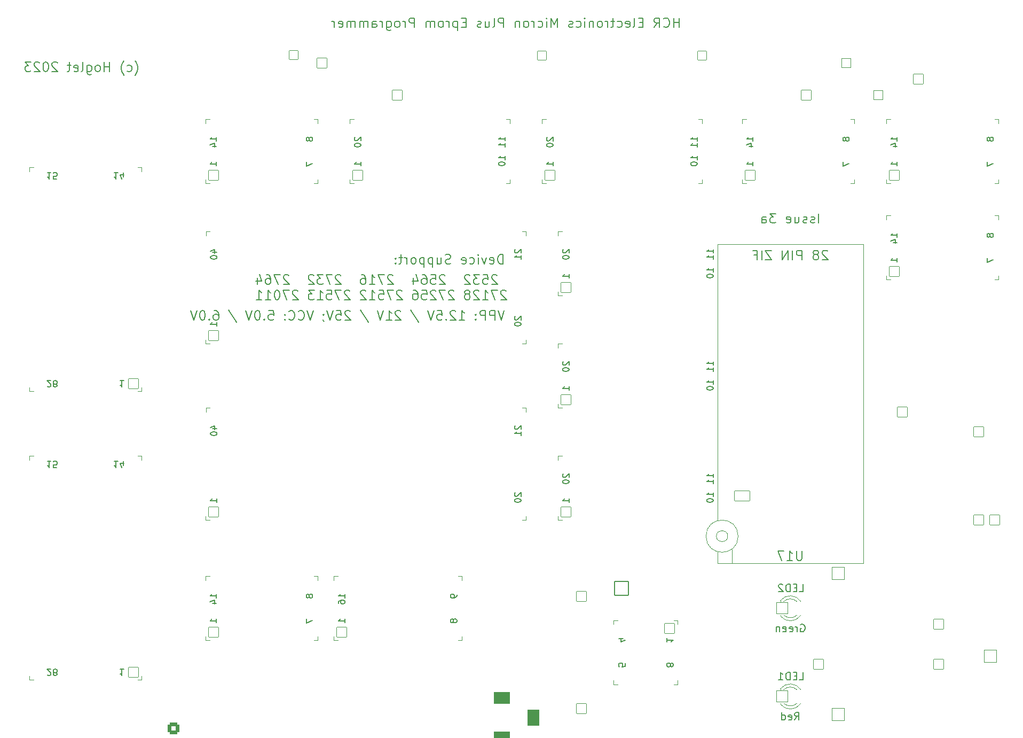
<source format=gbo>
G04 #@! TF.GenerationSoftware,KiCad,Pcbnew,6.0.10-86aedd382b~118~ubuntu18.04.1*
G04 #@! TF.CreationDate,2023-11-20T15:15:36+00:00*
G04 #@! TF.ProjectId,micron_plus,6d696372-6f6e-45f7-906c-75732e6b6963,rev?*
G04 #@! TF.SameCoordinates,Original*
G04 #@! TF.FileFunction,Legend,Bot*
G04 #@! TF.FilePolarity,Positive*
%FSLAX46Y46*%
G04 Gerber Fmt 4.6, Leading zero omitted, Abs format (unit mm)*
G04 Created by KiCad (PCBNEW 6.0.10-86aedd382b~118~ubuntu18.04.1) date 2023-11-20 15:15:36*
%MOMM*%
%LPD*%
G01*
G04 APERTURE LIST*
G04 Aperture macros list*
%AMRoundRect*
0 Rectangle with rounded corners*
0 $1 Rounding radius*
0 $2 $3 $4 $5 $6 $7 $8 $9 X,Y pos of 4 corners*
0 Add a 4 corners polygon primitive as box body*
4,1,4,$2,$3,$4,$5,$6,$7,$8,$9,$2,$3,0*
0 Add four circle primitives for the rounded corners*
1,1,$1+$1,$2,$3*
1,1,$1+$1,$4,$5*
1,1,$1+$1,$6,$7*
1,1,$1+$1,$8,$9*
0 Add four rect primitives between the rounded corners*
20,1,$1+$1,$2,$3,$4,$5,0*
20,1,$1+$1,$4,$5,$6,$7,0*
20,1,$1+$1,$6,$7,$8,$9,0*
20,1,$1+$1,$8,$9,$2,$3,0*%
G04 Aperture macros list end*
%ADD10C,0.200000*%
%ADD11C,0.150000*%
%ADD12C,0.120000*%
%ADD13RoundRect,0.050000X-0.700000X0.700000X-0.700000X-0.700000X0.700000X-0.700000X0.700000X0.700000X0*%
%ADD14C,1.500000*%
%ADD15C,1.540000*%
%ADD16RoundRect,0.050000X0.800000X-0.800000X0.800000X0.800000X-0.800000X0.800000X-0.800000X-0.800000X0*%
%ADD17C,1.700000*%
%ADD18RoundRect,0.050000X-0.800000X0.800000X-0.800000X-0.800000X0.800000X-0.800000X0.800000X0.800000X0*%
%ADD19O,1.700000X1.700000*%
%ADD20RoundRect,0.050000X0.800000X0.800000X-0.800000X0.800000X-0.800000X-0.800000X0.800000X-0.800000X0*%
%ADD21C,3.300000*%
%ADD22RoundRect,0.050000X-1.100000X-1.100000X1.100000X-1.100000X1.100000X1.100000X-1.100000X1.100000X0*%
%ADD23O,2.300000X2.300000*%
%ADD24RoundRect,0.952000X-1.300000X0.000000X1.300000X0.000000X1.300000X0.000000X-1.300000X0.000000X0*%
%ADD25RoundRect,0.952000X0.000000X-1.300000X0.000000X1.300000X0.000000X1.300000X0.000000X-1.300000X0*%
%ADD26RoundRect,0.952000X1.300000X0.000000X-1.300000X0.000000X-1.300000X0.000000X1.300000X0.000000X0*%
%ADD27O,1.300000X1.700000*%
%ADD28O,1.300000X1.300000*%
%ADD29RoundRect,0.050000X0.952500X1.000000X-0.952500X1.000000X-0.952500X-1.000000X0.952500X-1.000000X0*%
%ADD30O,2.005000X2.100000*%
%ADD31RoundRect,0.050000X0.750000X-0.750000X0.750000X0.750000X-0.750000X0.750000X-0.750000X-0.750000X0*%
%ADD32C,1.600000*%
%ADD33RoundRect,0.300000X0.600000X-0.600000X0.600000X0.600000X-0.600000X0.600000X-0.600000X-0.600000X0*%
%ADD34C,1.800000*%
%ADD35RoundRect,0.050000X-0.800000X-0.800000X0.800000X-0.800000X0.800000X0.800000X-0.800000X0.800000X0*%
%ADD36RoundRect,0.050000X-0.750000X0.750000X-0.750000X-0.750000X0.750000X-0.750000X0.750000X0.750000X0*%
%ADD37RoundRect,0.050000X-1.000000X0.952500X-1.000000X-0.952500X1.000000X-0.952500X1.000000X0.952500X0*%
%ADD38O,2.100000X2.005000*%
%ADD39C,6.100000*%
%ADD40C,2.500000*%
%ADD41RoundRect,0.050000X-0.900000X-0.900000X0.900000X-0.900000X0.900000X0.900000X-0.900000X0.900000X0*%
%ADD42C,1.900000*%
%ADD43RoundRect,0.050000X-1.200000X-0.800000X1.200000X-0.800000X1.200000X0.800000X-1.200000X0.800000X0*%
%ADD44O,2.500000X1.700000*%
G04 APERTURE END LIST*
D10*
X121128571Y-64153928D02*
X121057142Y-64082500D01*
X120914285Y-64011071D01*
X120557142Y-64011071D01*
X120414285Y-64082500D01*
X120342857Y-64153928D01*
X120271428Y-64296785D01*
X120271428Y-64439642D01*
X120342857Y-64653928D01*
X121200000Y-65511071D01*
X120271428Y-65511071D01*
X118914285Y-64011071D02*
X119628571Y-64011071D01*
X119700000Y-64725357D01*
X119628571Y-64653928D01*
X119485714Y-64582500D01*
X119128571Y-64582500D01*
X118985714Y-64653928D01*
X118914285Y-64725357D01*
X118842857Y-64868214D01*
X118842857Y-65225357D01*
X118914285Y-65368214D01*
X118985714Y-65439642D01*
X119128571Y-65511071D01*
X119485714Y-65511071D01*
X119628571Y-65439642D01*
X119700000Y-65368214D01*
X118342857Y-64011071D02*
X117414285Y-64011071D01*
X117914285Y-64582500D01*
X117700000Y-64582500D01*
X117557142Y-64653928D01*
X117485714Y-64725357D01*
X117414285Y-64868214D01*
X117414285Y-65225357D01*
X117485714Y-65368214D01*
X117557142Y-65439642D01*
X117700000Y-65511071D01*
X118128571Y-65511071D01*
X118271428Y-65439642D01*
X118342857Y-65368214D01*
X116842857Y-64153928D02*
X116771428Y-64082500D01*
X116628571Y-64011071D01*
X116271428Y-64011071D01*
X116128571Y-64082500D01*
X116057142Y-64153928D01*
X115985714Y-64296785D01*
X115985714Y-64439642D01*
X116057142Y-64653928D01*
X116914285Y-65511071D01*
X115985714Y-65511071D01*
X122557142Y-66568928D02*
X122485714Y-66497500D01*
X122342857Y-66426071D01*
X121985714Y-66426071D01*
X121842857Y-66497500D01*
X121771428Y-66568928D01*
X121700000Y-66711785D01*
X121700000Y-66854642D01*
X121771428Y-67068928D01*
X122628571Y-67926071D01*
X121700000Y-67926071D01*
X121200000Y-66426071D02*
X120200000Y-66426071D01*
X120842857Y-67926071D01*
X118842857Y-67926071D02*
X119700000Y-67926071D01*
X119271428Y-67926071D02*
X119271428Y-66426071D01*
X119414285Y-66640357D01*
X119557142Y-66783214D01*
X119700000Y-66854642D01*
X118271428Y-66568928D02*
X118200000Y-66497500D01*
X118057142Y-66426071D01*
X117700000Y-66426071D01*
X117557142Y-66497500D01*
X117485714Y-66568928D01*
X117414285Y-66711785D01*
X117414285Y-66854642D01*
X117485714Y-67068928D01*
X118342857Y-67926071D01*
X117414285Y-67926071D01*
X116557142Y-67068928D02*
X116700000Y-66997500D01*
X116771428Y-66926071D01*
X116842857Y-66783214D01*
X116842857Y-66711785D01*
X116771428Y-66568928D01*
X116700000Y-66497500D01*
X116557142Y-66426071D01*
X116271428Y-66426071D01*
X116128571Y-66497500D01*
X116057142Y-66568928D01*
X115985714Y-66711785D01*
X115985714Y-66783214D01*
X116057142Y-66926071D01*
X116128571Y-66997500D01*
X116271428Y-67068928D01*
X116557142Y-67068928D01*
X116700000Y-67140357D01*
X116771428Y-67211785D01*
X116842857Y-67354642D01*
X116842857Y-67640357D01*
X116771428Y-67783214D01*
X116700000Y-67854642D01*
X116557142Y-67926071D01*
X116271428Y-67926071D01*
X116128571Y-67854642D01*
X116057142Y-67783214D01*
X115985714Y-67640357D01*
X115985714Y-67354642D01*
X116057142Y-67211785D01*
X116128571Y-67140357D01*
X116271428Y-67068928D01*
X122067857Y-62273571D02*
X122067857Y-60773571D01*
X121710714Y-60773571D01*
X121496428Y-60845000D01*
X121353571Y-60987857D01*
X121282142Y-61130714D01*
X121210714Y-61416428D01*
X121210714Y-61630714D01*
X121282142Y-61916428D01*
X121353571Y-62059285D01*
X121496428Y-62202142D01*
X121710714Y-62273571D01*
X122067857Y-62273571D01*
X119996428Y-62202142D02*
X120139285Y-62273571D01*
X120425000Y-62273571D01*
X120567857Y-62202142D01*
X120639285Y-62059285D01*
X120639285Y-61487857D01*
X120567857Y-61345000D01*
X120425000Y-61273571D01*
X120139285Y-61273571D01*
X119996428Y-61345000D01*
X119925000Y-61487857D01*
X119925000Y-61630714D01*
X120639285Y-61773571D01*
X119425000Y-61273571D02*
X119067857Y-62273571D01*
X118710714Y-61273571D01*
X118139285Y-62273571D02*
X118139285Y-61273571D01*
X118139285Y-60773571D02*
X118210714Y-60845000D01*
X118139285Y-60916428D01*
X118067857Y-60845000D01*
X118139285Y-60773571D01*
X118139285Y-60916428D01*
X116782142Y-62202142D02*
X116925000Y-62273571D01*
X117210714Y-62273571D01*
X117353571Y-62202142D01*
X117425000Y-62130714D01*
X117496428Y-61987857D01*
X117496428Y-61559285D01*
X117425000Y-61416428D01*
X117353571Y-61345000D01*
X117210714Y-61273571D01*
X116925000Y-61273571D01*
X116782142Y-61345000D01*
X115567857Y-62202142D02*
X115710714Y-62273571D01*
X115996428Y-62273571D01*
X116139285Y-62202142D01*
X116210714Y-62059285D01*
X116210714Y-61487857D01*
X116139285Y-61345000D01*
X115996428Y-61273571D01*
X115710714Y-61273571D01*
X115567857Y-61345000D01*
X115496428Y-61487857D01*
X115496428Y-61630714D01*
X116210714Y-61773571D01*
X113782142Y-62202142D02*
X113567857Y-62273571D01*
X113210714Y-62273571D01*
X113067857Y-62202142D01*
X112996428Y-62130714D01*
X112925000Y-61987857D01*
X112925000Y-61845000D01*
X112996428Y-61702142D01*
X113067857Y-61630714D01*
X113210714Y-61559285D01*
X113496428Y-61487857D01*
X113639285Y-61416428D01*
X113710714Y-61345000D01*
X113782142Y-61202142D01*
X113782142Y-61059285D01*
X113710714Y-60916428D01*
X113639285Y-60845000D01*
X113496428Y-60773571D01*
X113139285Y-60773571D01*
X112925000Y-60845000D01*
X111639285Y-61273571D02*
X111639285Y-62273571D01*
X112282142Y-61273571D02*
X112282142Y-62059285D01*
X112210714Y-62202142D01*
X112067857Y-62273571D01*
X111853571Y-62273571D01*
X111710714Y-62202142D01*
X111639285Y-62130714D01*
X110925000Y-61273571D02*
X110925000Y-62773571D01*
X110925000Y-61345000D02*
X110782142Y-61273571D01*
X110496428Y-61273571D01*
X110353571Y-61345000D01*
X110282142Y-61416428D01*
X110210714Y-61559285D01*
X110210714Y-61987857D01*
X110282142Y-62130714D01*
X110353571Y-62202142D01*
X110496428Y-62273571D01*
X110782142Y-62273571D01*
X110925000Y-62202142D01*
X109567857Y-61273571D02*
X109567857Y-62773571D01*
X109567857Y-61345000D02*
X109425000Y-61273571D01*
X109139285Y-61273571D01*
X108996428Y-61345000D01*
X108925000Y-61416428D01*
X108853571Y-61559285D01*
X108853571Y-61987857D01*
X108925000Y-62130714D01*
X108996428Y-62202142D01*
X109139285Y-62273571D01*
X109425000Y-62273571D01*
X109567857Y-62202142D01*
X107996428Y-62273571D02*
X108139285Y-62202142D01*
X108210714Y-62130714D01*
X108282142Y-61987857D01*
X108282142Y-61559285D01*
X108210714Y-61416428D01*
X108139285Y-61345000D01*
X107996428Y-61273571D01*
X107782142Y-61273571D01*
X107639285Y-61345000D01*
X107567857Y-61416428D01*
X107496428Y-61559285D01*
X107496428Y-61987857D01*
X107567857Y-62130714D01*
X107639285Y-62202142D01*
X107782142Y-62273571D01*
X107996428Y-62273571D01*
X106853571Y-62273571D02*
X106853571Y-61273571D01*
X106853571Y-61559285D02*
X106782142Y-61416428D01*
X106710714Y-61345000D01*
X106567857Y-61273571D01*
X106425000Y-61273571D01*
X106139285Y-61273571D02*
X105567857Y-61273571D01*
X105925000Y-60773571D02*
X105925000Y-62059285D01*
X105853571Y-62202142D01*
X105710714Y-62273571D01*
X105567857Y-62273571D01*
X105067857Y-62130714D02*
X104996428Y-62202142D01*
X105067857Y-62273571D01*
X105139285Y-62202142D01*
X105067857Y-62130714D01*
X105067857Y-62273571D01*
X105067857Y-61345000D02*
X104996428Y-61416428D01*
X105067857Y-61487857D01*
X105139285Y-61416428D01*
X105067857Y-61345000D01*
X105067857Y-61487857D01*
X122282142Y-69663571D02*
X121782142Y-71163571D01*
X121282142Y-69663571D01*
X120782142Y-71163571D02*
X120782142Y-69663571D01*
X120210714Y-69663571D01*
X120067857Y-69735000D01*
X119996428Y-69806428D01*
X119925000Y-69949285D01*
X119925000Y-70163571D01*
X119996428Y-70306428D01*
X120067857Y-70377857D01*
X120210714Y-70449285D01*
X120782142Y-70449285D01*
X119282142Y-71163571D02*
X119282142Y-69663571D01*
X118710714Y-69663571D01*
X118567857Y-69735000D01*
X118496428Y-69806428D01*
X118425000Y-69949285D01*
X118425000Y-70163571D01*
X118496428Y-70306428D01*
X118567857Y-70377857D01*
X118710714Y-70449285D01*
X119282142Y-70449285D01*
X117782142Y-71020714D02*
X117710714Y-71092142D01*
X117782142Y-71163571D01*
X117853571Y-71092142D01*
X117782142Y-71020714D01*
X117782142Y-71163571D01*
X117782142Y-70235000D02*
X117710714Y-70306428D01*
X117782142Y-70377857D01*
X117853571Y-70306428D01*
X117782142Y-70235000D01*
X117782142Y-70377857D01*
X115139285Y-71163571D02*
X115996428Y-71163571D01*
X115567857Y-71163571D02*
X115567857Y-69663571D01*
X115710714Y-69877857D01*
X115853571Y-70020714D01*
X115996428Y-70092142D01*
X114567857Y-69806428D02*
X114496428Y-69735000D01*
X114353571Y-69663571D01*
X113996428Y-69663571D01*
X113853571Y-69735000D01*
X113782142Y-69806428D01*
X113710714Y-69949285D01*
X113710714Y-70092142D01*
X113782142Y-70306428D01*
X114639285Y-71163571D01*
X113710714Y-71163571D01*
X113067857Y-71020714D02*
X112996428Y-71092142D01*
X113067857Y-71163571D01*
X113139285Y-71092142D01*
X113067857Y-71020714D01*
X113067857Y-71163571D01*
X111639285Y-69663571D02*
X112353571Y-69663571D01*
X112425000Y-70377857D01*
X112353571Y-70306428D01*
X112210714Y-70235000D01*
X111853571Y-70235000D01*
X111710714Y-70306428D01*
X111639285Y-70377857D01*
X111567857Y-70520714D01*
X111567857Y-70877857D01*
X111639285Y-71020714D01*
X111710714Y-71092142D01*
X111853571Y-71163571D01*
X112210714Y-71163571D01*
X112353571Y-71092142D01*
X112425000Y-71020714D01*
X111139285Y-69663571D02*
X110639285Y-71163571D01*
X110139285Y-69663571D01*
X107425000Y-69592142D02*
X108710714Y-71520714D01*
X105853571Y-69806428D02*
X105782142Y-69735000D01*
X105639285Y-69663571D01*
X105282142Y-69663571D01*
X105139285Y-69735000D01*
X105067857Y-69806428D01*
X104996428Y-69949285D01*
X104996428Y-70092142D01*
X105067857Y-70306428D01*
X105925000Y-71163571D01*
X104996428Y-71163571D01*
X103567857Y-71163571D02*
X104425000Y-71163571D01*
X103996428Y-71163571D02*
X103996428Y-69663571D01*
X104139285Y-69877857D01*
X104282142Y-70020714D01*
X104425000Y-70092142D01*
X103139285Y-69663571D02*
X102639285Y-71163571D01*
X102139285Y-69663571D01*
X99425000Y-69592142D02*
X100710714Y-71520714D01*
X97853571Y-69806428D02*
X97782142Y-69735000D01*
X97639285Y-69663571D01*
X97282142Y-69663571D01*
X97139285Y-69735000D01*
X97067857Y-69806428D01*
X96996428Y-69949285D01*
X96996428Y-70092142D01*
X97067857Y-70306428D01*
X97925000Y-71163571D01*
X96996428Y-71163571D01*
X95639285Y-69663571D02*
X96353571Y-69663571D01*
X96425000Y-70377857D01*
X96353571Y-70306428D01*
X96210714Y-70235000D01*
X95853571Y-70235000D01*
X95710714Y-70306428D01*
X95639285Y-70377857D01*
X95567857Y-70520714D01*
X95567857Y-70877857D01*
X95639285Y-71020714D01*
X95710714Y-71092142D01*
X95853571Y-71163571D01*
X96210714Y-71163571D01*
X96353571Y-71092142D01*
X96425000Y-71020714D01*
X95139285Y-69663571D02*
X94639285Y-71163571D01*
X94139285Y-69663571D01*
X93567857Y-71092142D02*
X93567857Y-71163571D01*
X93639285Y-71306428D01*
X93710714Y-71377857D01*
X93639285Y-70235000D02*
X93567857Y-70306428D01*
X93639285Y-70377857D01*
X93710714Y-70306428D01*
X93639285Y-70235000D01*
X93639285Y-70377857D01*
X91996428Y-69663571D02*
X91496428Y-71163571D01*
X90996428Y-69663571D01*
X89639285Y-71020714D02*
X89710714Y-71092142D01*
X89925000Y-71163571D01*
X90067857Y-71163571D01*
X90282142Y-71092142D01*
X90425000Y-70949285D01*
X90496428Y-70806428D01*
X90567857Y-70520714D01*
X90567857Y-70306428D01*
X90496428Y-70020714D01*
X90425000Y-69877857D01*
X90282142Y-69735000D01*
X90067857Y-69663571D01*
X89925000Y-69663571D01*
X89710714Y-69735000D01*
X89639285Y-69806428D01*
X88139285Y-71020714D02*
X88210714Y-71092142D01*
X88425000Y-71163571D01*
X88567857Y-71163571D01*
X88782142Y-71092142D01*
X88925000Y-70949285D01*
X88996428Y-70806428D01*
X89067857Y-70520714D01*
X89067857Y-70306428D01*
X88996428Y-70020714D01*
X88925000Y-69877857D01*
X88782142Y-69735000D01*
X88567857Y-69663571D01*
X88425000Y-69663571D01*
X88210714Y-69735000D01*
X88139285Y-69806428D01*
X87496428Y-71020714D02*
X87425000Y-71092142D01*
X87496428Y-71163571D01*
X87567857Y-71092142D01*
X87496428Y-71020714D01*
X87496428Y-71163571D01*
X87496428Y-70235000D02*
X87425000Y-70306428D01*
X87496428Y-70377857D01*
X87567857Y-70306428D01*
X87496428Y-70235000D01*
X87496428Y-70377857D01*
X84925000Y-69663571D02*
X85639285Y-69663571D01*
X85710714Y-70377857D01*
X85639285Y-70306428D01*
X85496428Y-70235000D01*
X85139285Y-70235000D01*
X84996428Y-70306428D01*
X84925000Y-70377857D01*
X84853571Y-70520714D01*
X84853571Y-70877857D01*
X84925000Y-71020714D01*
X84996428Y-71092142D01*
X85139285Y-71163571D01*
X85496428Y-71163571D01*
X85639285Y-71092142D01*
X85710714Y-71020714D01*
X84210714Y-71020714D02*
X84139285Y-71092142D01*
X84210714Y-71163571D01*
X84282142Y-71092142D01*
X84210714Y-71020714D01*
X84210714Y-71163571D01*
X83210714Y-69663571D02*
X83067857Y-69663571D01*
X82925000Y-69735000D01*
X82853571Y-69806428D01*
X82782142Y-69949285D01*
X82710714Y-70235000D01*
X82710714Y-70592142D01*
X82782142Y-70877857D01*
X82853571Y-71020714D01*
X82925000Y-71092142D01*
X83067857Y-71163571D01*
X83210714Y-71163571D01*
X83353571Y-71092142D01*
X83425000Y-71020714D01*
X83496428Y-70877857D01*
X83567857Y-70592142D01*
X83567857Y-70235000D01*
X83496428Y-69949285D01*
X83425000Y-69806428D01*
X83353571Y-69735000D01*
X83210714Y-69663571D01*
X82282142Y-69663571D02*
X81782142Y-71163571D01*
X81282142Y-69663571D01*
X78567857Y-69592142D02*
X79853571Y-71520714D01*
X76282142Y-69663571D02*
X76567857Y-69663571D01*
X76710714Y-69735000D01*
X76782142Y-69806428D01*
X76925000Y-70020714D01*
X76996428Y-70306428D01*
X76996428Y-70877857D01*
X76925000Y-71020714D01*
X76853571Y-71092142D01*
X76710714Y-71163571D01*
X76425000Y-71163571D01*
X76282142Y-71092142D01*
X76210714Y-71020714D01*
X76139285Y-70877857D01*
X76139285Y-70520714D01*
X76210714Y-70377857D01*
X76282142Y-70306428D01*
X76425000Y-70235000D01*
X76710714Y-70235000D01*
X76853571Y-70306428D01*
X76925000Y-70377857D01*
X76996428Y-70520714D01*
X75496428Y-71020714D02*
X75425000Y-71092142D01*
X75496428Y-71163571D01*
X75567857Y-71092142D01*
X75496428Y-71020714D01*
X75496428Y-71163571D01*
X74496428Y-69663571D02*
X74353571Y-69663571D01*
X74210714Y-69735000D01*
X74139285Y-69806428D01*
X74067857Y-69949285D01*
X73996428Y-70235000D01*
X73996428Y-70592142D01*
X74067857Y-70877857D01*
X74139285Y-71020714D01*
X74210714Y-71092142D01*
X74353571Y-71163571D01*
X74496428Y-71163571D01*
X74639285Y-71092142D01*
X74710714Y-71020714D01*
X74782142Y-70877857D01*
X74853571Y-70592142D01*
X74853571Y-70235000D01*
X74782142Y-69949285D01*
X74710714Y-69806428D01*
X74639285Y-69735000D01*
X74496428Y-69663571D01*
X73567857Y-69663571D02*
X73067857Y-71163571D01*
X72567857Y-69663571D01*
X172140000Y-55796571D02*
X172140000Y-54296571D01*
X171497142Y-55725142D02*
X171354285Y-55796571D01*
X171068571Y-55796571D01*
X170925714Y-55725142D01*
X170854285Y-55582285D01*
X170854285Y-55510857D01*
X170925714Y-55368000D01*
X171068571Y-55296571D01*
X171282857Y-55296571D01*
X171425714Y-55225142D01*
X171497142Y-55082285D01*
X171497142Y-55010857D01*
X171425714Y-54868000D01*
X171282857Y-54796571D01*
X171068571Y-54796571D01*
X170925714Y-54868000D01*
X170282857Y-55725142D02*
X170140000Y-55796571D01*
X169854285Y-55796571D01*
X169711428Y-55725142D01*
X169640000Y-55582285D01*
X169640000Y-55510857D01*
X169711428Y-55368000D01*
X169854285Y-55296571D01*
X170068571Y-55296571D01*
X170211428Y-55225142D01*
X170282857Y-55082285D01*
X170282857Y-55010857D01*
X170211428Y-54868000D01*
X170068571Y-54796571D01*
X169854285Y-54796571D01*
X169711428Y-54868000D01*
X168354285Y-54796571D02*
X168354285Y-55796571D01*
X168997142Y-54796571D02*
X168997142Y-55582285D01*
X168925714Y-55725142D01*
X168782857Y-55796571D01*
X168568571Y-55796571D01*
X168425714Y-55725142D01*
X168354285Y-55653714D01*
X167068571Y-55725142D02*
X167211428Y-55796571D01*
X167497142Y-55796571D01*
X167640000Y-55725142D01*
X167711428Y-55582285D01*
X167711428Y-55010857D01*
X167640000Y-54868000D01*
X167497142Y-54796571D01*
X167211428Y-54796571D01*
X167068571Y-54868000D01*
X166997142Y-55010857D01*
X166997142Y-55153714D01*
X167711428Y-55296571D01*
X165354285Y-54296571D02*
X164425714Y-54296571D01*
X164925714Y-54868000D01*
X164711428Y-54868000D01*
X164568571Y-54939428D01*
X164497142Y-55010857D01*
X164425714Y-55153714D01*
X164425714Y-55510857D01*
X164497142Y-55653714D01*
X164568571Y-55725142D01*
X164711428Y-55796571D01*
X165140000Y-55796571D01*
X165282857Y-55725142D01*
X165354285Y-55653714D01*
X163140000Y-55796571D02*
X163140000Y-55010857D01*
X163211428Y-54868000D01*
X163354285Y-54796571D01*
X163640000Y-54796571D01*
X163782857Y-54868000D01*
X163140000Y-55725142D02*
X163282857Y-55796571D01*
X163640000Y-55796571D01*
X163782857Y-55725142D01*
X163854285Y-55582285D01*
X163854285Y-55439428D01*
X163782857Y-55296571D01*
X163640000Y-55225142D01*
X163282857Y-55225142D01*
X163140000Y-55153714D01*
X96363571Y-64153928D02*
X96292142Y-64082500D01*
X96149285Y-64011071D01*
X95792142Y-64011071D01*
X95649285Y-64082500D01*
X95577857Y-64153928D01*
X95506428Y-64296785D01*
X95506428Y-64439642D01*
X95577857Y-64653928D01*
X96435000Y-65511071D01*
X95506428Y-65511071D01*
X95006428Y-64011071D02*
X94006428Y-64011071D01*
X94649285Y-65511071D01*
X93577857Y-64011071D02*
X92649285Y-64011071D01*
X93149285Y-64582500D01*
X92935000Y-64582500D01*
X92792142Y-64653928D01*
X92720714Y-64725357D01*
X92649285Y-64868214D01*
X92649285Y-65225357D01*
X92720714Y-65368214D01*
X92792142Y-65439642D01*
X92935000Y-65511071D01*
X93363571Y-65511071D01*
X93506428Y-65439642D01*
X93577857Y-65368214D01*
X92077857Y-64153928D02*
X92006428Y-64082500D01*
X91863571Y-64011071D01*
X91506428Y-64011071D01*
X91363571Y-64082500D01*
X91292142Y-64153928D01*
X91220714Y-64296785D01*
X91220714Y-64439642D01*
X91292142Y-64653928D01*
X92149285Y-65511071D01*
X91220714Y-65511071D01*
X97792142Y-66568928D02*
X97720714Y-66497500D01*
X97577857Y-66426071D01*
X97220714Y-66426071D01*
X97077857Y-66497500D01*
X97006428Y-66568928D01*
X96935000Y-66711785D01*
X96935000Y-66854642D01*
X97006428Y-67068928D01*
X97863571Y-67926071D01*
X96935000Y-67926071D01*
X96435000Y-66426071D02*
X95435000Y-66426071D01*
X96077857Y-67926071D01*
X94149285Y-66426071D02*
X94863571Y-66426071D01*
X94935000Y-67140357D01*
X94863571Y-67068928D01*
X94720714Y-66997500D01*
X94363571Y-66997500D01*
X94220714Y-67068928D01*
X94149285Y-67140357D01*
X94077857Y-67283214D01*
X94077857Y-67640357D01*
X94149285Y-67783214D01*
X94220714Y-67854642D01*
X94363571Y-67926071D01*
X94720714Y-67926071D01*
X94863571Y-67854642D01*
X94935000Y-67783214D01*
X92649285Y-67926071D02*
X93506428Y-67926071D01*
X93077857Y-67926071D02*
X93077857Y-66426071D01*
X93220714Y-66640357D01*
X93363571Y-66783214D01*
X93506428Y-66854642D01*
X92149285Y-66426071D02*
X91220714Y-66426071D01*
X91720714Y-66997500D01*
X91506428Y-66997500D01*
X91363571Y-67068928D01*
X91292142Y-67140357D01*
X91220714Y-67283214D01*
X91220714Y-67640357D01*
X91292142Y-67783214D01*
X91363571Y-67854642D01*
X91506428Y-67926071D01*
X91935000Y-67926071D01*
X92077857Y-67854642D01*
X92149285Y-67783214D01*
X112873571Y-64153928D02*
X112802142Y-64082500D01*
X112659285Y-64011071D01*
X112302142Y-64011071D01*
X112159285Y-64082500D01*
X112087857Y-64153928D01*
X112016428Y-64296785D01*
X112016428Y-64439642D01*
X112087857Y-64653928D01*
X112945000Y-65511071D01*
X112016428Y-65511071D01*
X110659285Y-64011071D02*
X111373571Y-64011071D01*
X111445000Y-64725357D01*
X111373571Y-64653928D01*
X111230714Y-64582500D01*
X110873571Y-64582500D01*
X110730714Y-64653928D01*
X110659285Y-64725357D01*
X110587857Y-64868214D01*
X110587857Y-65225357D01*
X110659285Y-65368214D01*
X110730714Y-65439642D01*
X110873571Y-65511071D01*
X111230714Y-65511071D01*
X111373571Y-65439642D01*
X111445000Y-65368214D01*
X109302142Y-64011071D02*
X109587857Y-64011071D01*
X109730714Y-64082500D01*
X109802142Y-64153928D01*
X109945000Y-64368214D01*
X110016428Y-64653928D01*
X110016428Y-65225357D01*
X109945000Y-65368214D01*
X109873571Y-65439642D01*
X109730714Y-65511071D01*
X109445000Y-65511071D01*
X109302142Y-65439642D01*
X109230714Y-65368214D01*
X109159285Y-65225357D01*
X109159285Y-64868214D01*
X109230714Y-64725357D01*
X109302142Y-64653928D01*
X109445000Y-64582500D01*
X109730714Y-64582500D01*
X109873571Y-64653928D01*
X109945000Y-64725357D01*
X110016428Y-64868214D01*
X107873571Y-64511071D02*
X107873571Y-65511071D01*
X108230714Y-63939642D02*
X108587857Y-65011071D01*
X107659285Y-65011071D01*
X114302142Y-66568928D02*
X114230714Y-66497500D01*
X114087857Y-66426071D01*
X113730714Y-66426071D01*
X113587857Y-66497500D01*
X113516428Y-66568928D01*
X113445000Y-66711785D01*
X113445000Y-66854642D01*
X113516428Y-67068928D01*
X114373571Y-67926071D01*
X113445000Y-67926071D01*
X112945000Y-66426071D02*
X111945000Y-66426071D01*
X112587857Y-67926071D01*
X111445000Y-66568928D02*
X111373571Y-66497500D01*
X111230714Y-66426071D01*
X110873571Y-66426071D01*
X110730714Y-66497500D01*
X110659285Y-66568928D01*
X110587857Y-66711785D01*
X110587857Y-66854642D01*
X110659285Y-67068928D01*
X111516428Y-67926071D01*
X110587857Y-67926071D01*
X109230714Y-66426071D02*
X109945000Y-66426071D01*
X110016428Y-67140357D01*
X109945000Y-67068928D01*
X109802142Y-66997500D01*
X109445000Y-66997500D01*
X109302142Y-67068928D01*
X109230714Y-67140357D01*
X109159285Y-67283214D01*
X109159285Y-67640357D01*
X109230714Y-67783214D01*
X109302142Y-67854642D01*
X109445000Y-67926071D01*
X109802142Y-67926071D01*
X109945000Y-67854642D01*
X110016428Y-67783214D01*
X107873571Y-66426071D02*
X108159285Y-66426071D01*
X108302142Y-66497500D01*
X108373571Y-66568928D01*
X108516428Y-66783214D01*
X108587857Y-67068928D01*
X108587857Y-67640357D01*
X108516428Y-67783214D01*
X108445000Y-67854642D01*
X108302142Y-67926071D01*
X108016428Y-67926071D01*
X107873571Y-67854642D01*
X107802142Y-67783214D01*
X107730714Y-67640357D01*
X107730714Y-67283214D01*
X107802142Y-67140357D01*
X107873571Y-67068928D01*
X108016428Y-66997500D01*
X108302142Y-66997500D01*
X108445000Y-67068928D01*
X108516428Y-67140357D01*
X108587857Y-67283214D01*
X88108571Y-64153928D02*
X88037142Y-64082500D01*
X87894285Y-64011071D01*
X87537142Y-64011071D01*
X87394285Y-64082500D01*
X87322857Y-64153928D01*
X87251428Y-64296785D01*
X87251428Y-64439642D01*
X87322857Y-64653928D01*
X88180000Y-65511071D01*
X87251428Y-65511071D01*
X86751428Y-64011071D02*
X85751428Y-64011071D01*
X86394285Y-65511071D01*
X84537142Y-64011071D02*
X84822857Y-64011071D01*
X84965714Y-64082500D01*
X85037142Y-64153928D01*
X85180000Y-64368214D01*
X85251428Y-64653928D01*
X85251428Y-65225357D01*
X85180000Y-65368214D01*
X85108571Y-65439642D01*
X84965714Y-65511071D01*
X84680000Y-65511071D01*
X84537142Y-65439642D01*
X84465714Y-65368214D01*
X84394285Y-65225357D01*
X84394285Y-64868214D01*
X84465714Y-64725357D01*
X84537142Y-64653928D01*
X84680000Y-64582500D01*
X84965714Y-64582500D01*
X85108571Y-64653928D01*
X85180000Y-64725357D01*
X85251428Y-64868214D01*
X83108571Y-64511071D02*
X83108571Y-65511071D01*
X83465714Y-63939642D02*
X83822857Y-65011071D01*
X82894285Y-65011071D01*
X89537142Y-66568928D02*
X89465714Y-66497500D01*
X89322857Y-66426071D01*
X88965714Y-66426071D01*
X88822857Y-66497500D01*
X88751428Y-66568928D01*
X88680000Y-66711785D01*
X88680000Y-66854642D01*
X88751428Y-67068928D01*
X89608571Y-67926071D01*
X88680000Y-67926071D01*
X88180000Y-66426071D02*
X87180000Y-66426071D01*
X87822857Y-67926071D01*
X86322857Y-66426071D02*
X86180000Y-66426071D01*
X86037142Y-66497500D01*
X85965714Y-66568928D01*
X85894285Y-66711785D01*
X85822857Y-66997500D01*
X85822857Y-67354642D01*
X85894285Y-67640357D01*
X85965714Y-67783214D01*
X86037142Y-67854642D01*
X86180000Y-67926071D01*
X86322857Y-67926071D01*
X86465714Y-67854642D01*
X86537142Y-67783214D01*
X86608571Y-67640357D01*
X86680000Y-67354642D01*
X86680000Y-66997500D01*
X86608571Y-66711785D01*
X86537142Y-66568928D01*
X86465714Y-66497500D01*
X86322857Y-66426071D01*
X84394285Y-67926071D02*
X85251428Y-67926071D01*
X84822857Y-67926071D02*
X84822857Y-66426071D01*
X84965714Y-66640357D01*
X85108571Y-66783214D01*
X85251428Y-66854642D01*
X82965714Y-67926071D02*
X83822857Y-67926071D01*
X83394285Y-67926071D02*
X83394285Y-66426071D01*
X83537142Y-66640357D01*
X83680000Y-66783214D01*
X83822857Y-66854642D01*
X104618571Y-64153928D02*
X104547142Y-64082500D01*
X104404285Y-64011071D01*
X104047142Y-64011071D01*
X103904285Y-64082500D01*
X103832857Y-64153928D01*
X103761428Y-64296785D01*
X103761428Y-64439642D01*
X103832857Y-64653928D01*
X104690000Y-65511071D01*
X103761428Y-65511071D01*
X103261428Y-64011071D02*
X102261428Y-64011071D01*
X102904285Y-65511071D01*
X100904285Y-65511071D02*
X101761428Y-65511071D01*
X101332857Y-65511071D02*
X101332857Y-64011071D01*
X101475714Y-64225357D01*
X101618571Y-64368214D01*
X101761428Y-64439642D01*
X99618571Y-64011071D02*
X99904285Y-64011071D01*
X100047142Y-64082500D01*
X100118571Y-64153928D01*
X100261428Y-64368214D01*
X100332857Y-64653928D01*
X100332857Y-65225357D01*
X100261428Y-65368214D01*
X100190000Y-65439642D01*
X100047142Y-65511071D01*
X99761428Y-65511071D01*
X99618571Y-65439642D01*
X99547142Y-65368214D01*
X99475714Y-65225357D01*
X99475714Y-64868214D01*
X99547142Y-64725357D01*
X99618571Y-64653928D01*
X99761428Y-64582500D01*
X100047142Y-64582500D01*
X100190000Y-64653928D01*
X100261428Y-64725357D01*
X100332857Y-64868214D01*
X106047142Y-66568928D02*
X105975714Y-66497500D01*
X105832857Y-66426071D01*
X105475714Y-66426071D01*
X105332857Y-66497500D01*
X105261428Y-66568928D01*
X105190000Y-66711785D01*
X105190000Y-66854642D01*
X105261428Y-67068928D01*
X106118571Y-67926071D01*
X105190000Y-67926071D01*
X104690000Y-66426071D02*
X103690000Y-66426071D01*
X104332857Y-67926071D01*
X102404285Y-66426071D02*
X103118571Y-66426071D01*
X103190000Y-67140357D01*
X103118571Y-67068928D01*
X102975714Y-66997500D01*
X102618571Y-66997500D01*
X102475714Y-67068928D01*
X102404285Y-67140357D01*
X102332857Y-67283214D01*
X102332857Y-67640357D01*
X102404285Y-67783214D01*
X102475714Y-67854642D01*
X102618571Y-67926071D01*
X102975714Y-67926071D01*
X103118571Y-67854642D01*
X103190000Y-67783214D01*
X100904285Y-67926071D02*
X101761428Y-67926071D01*
X101332857Y-67926071D02*
X101332857Y-66426071D01*
X101475714Y-66640357D01*
X101618571Y-66783214D01*
X101761428Y-66854642D01*
X100332857Y-66568928D02*
X100261428Y-66497500D01*
X100118571Y-66426071D01*
X99761428Y-66426071D01*
X99618571Y-66497500D01*
X99547142Y-66568928D01*
X99475714Y-66711785D01*
X99475714Y-66854642D01*
X99547142Y-67068928D01*
X100404285Y-67926071D01*
X99475714Y-67926071D01*
X149983571Y-24808571D02*
X149983571Y-23308571D01*
X149983571Y-24022857D02*
X149126428Y-24022857D01*
X149126428Y-24808571D02*
X149126428Y-23308571D01*
X147555000Y-24665714D02*
X147626428Y-24737142D01*
X147840714Y-24808571D01*
X147983571Y-24808571D01*
X148197857Y-24737142D01*
X148340714Y-24594285D01*
X148412142Y-24451428D01*
X148483571Y-24165714D01*
X148483571Y-23951428D01*
X148412142Y-23665714D01*
X148340714Y-23522857D01*
X148197857Y-23380000D01*
X147983571Y-23308571D01*
X147840714Y-23308571D01*
X147626428Y-23380000D01*
X147555000Y-23451428D01*
X146055000Y-24808571D02*
X146555000Y-24094285D01*
X146912142Y-24808571D02*
X146912142Y-23308571D01*
X146340714Y-23308571D01*
X146197857Y-23380000D01*
X146126428Y-23451428D01*
X146055000Y-23594285D01*
X146055000Y-23808571D01*
X146126428Y-23951428D01*
X146197857Y-24022857D01*
X146340714Y-24094285D01*
X146912142Y-24094285D01*
X144269285Y-24022857D02*
X143769285Y-24022857D01*
X143555000Y-24808571D02*
X144269285Y-24808571D01*
X144269285Y-23308571D01*
X143555000Y-23308571D01*
X142697857Y-24808571D02*
X142840714Y-24737142D01*
X142912142Y-24594285D01*
X142912142Y-23308571D01*
X141555000Y-24737142D02*
X141697857Y-24808571D01*
X141983571Y-24808571D01*
X142126428Y-24737142D01*
X142197857Y-24594285D01*
X142197857Y-24022857D01*
X142126428Y-23880000D01*
X141983571Y-23808571D01*
X141697857Y-23808571D01*
X141555000Y-23880000D01*
X141483571Y-24022857D01*
X141483571Y-24165714D01*
X142197857Y-24308571D01*
X140197857Y-24737142D02*
X140340714Y-24808571D01*
X140626428Y-24808571D01*
X140769285Y-24737142D01*
X140840714Y-24665714D01*
X140912142Y-24522857D01*
X140912142Y-24094285D01*
X140840714Y-23951428D01*
X140769285Y-23880000D01*
X140626428Y-23808571D01*
X140340714Y-23808571D01*
X140197857Y-23880000D01*
X139769285Y-23808571D02*
X139197857Y-23808571D01*
X139555000Y-23308571D02*
X139555000Y-24594285D01*
X139483571Y-24737142D01*
X139340714Y-24808571D01*
X139197857Y-24808571D01*
X138697857Y-24808571D02*
X138697857Y-23808571D01*
X138697857Y-24094285D02*
X138626428Y-23951428D01*
X138555000Y-23880000D01*
X138412142Y-23808571D01*
X138269285Y-23808571D01*
X137555000Y-24808571D02*
X137697857Y-24737142D01*
X137769285Y-24665714D01*
X137840714Y-24522857D01*
X137840714Y-24094285D01*
X137769285Y-23951428D01*
X137697857Y-23880000D01*
X137555000Y-23808571D01*
X137340714Y-23808571D01*
X137197857Y-23880000D01*
X137126428Y-23951428D01*
X137055000Y-24094285D01*
X137055000Y-24522857D01*
X137126428Y-24665714D01*
X137197857Y-24737142D01*
X137340714Y-24808571D01*
X137555000Y-24808571D01*
X136412142Y-23808571D02*
X136412142Y-24808571D01*
X136412142Y-23951428D02*
X136340714Y-23880000D01*
X136197857Y-23808571D01*
X135983571Y-23808571D01*
X135840714Y-23880000D01*
X135769285Y-24022857D01*
X135769285Y-24808571D01*
X135055000Y-24808571D02*
X135055000Y-23808571D01*
X135055000Y-23308571D02*
X135126428Y-23380000D01*
X135055000Y-23451428D01*
X134983571Y-23380000D01*
X135055000Y-23308571D01*
X135055000Y-23451428D01*
X133697857Y-24737142D02*
X133840714Y-24808571D01*
X134126428Y-24808571D01*
X134269285Y-24737142D01*
X134340714Y-24665714D01*
X134412142Y-24522857D01*
X134412142Y-24094285D01*
X134340714Y-23951428D01*
X134269285Y-23880000D01*
X134126428Y-23808571D01*
X133840714Y-23808571D01*
X133697857Y-23880000D01*
X133126428Y-24737142D02*
X132983571Y-24808571D01*
X132697857Y-24808571D01*
X132555000Y-24737142D01*
X132483571Y-24594285D01*
X132483571Y-24522857D01*
X132555000Y-24380000D01*
X132697857Y-24308571D01*
X132912142Y-24308571D01*
X133055000Y-24237142D01*
X133126428Y-24094285D01*
X133126428Y-24022857D01*
X133055000Y-23880000D01*
X132912142Y-23808571D01*
X132697857Y-23808571D01*
X132555000Y-23880000D01*
X130697857Y-24808571D02*
X130697857Y-23308571D01*
X130197857Y-24380000D01*
X129697857Y-23308571D01*
X129697857Y-24808571D01*
X128983571Y-24808571D02*
X128983571Y-23808571D01*
X128983571Y-23308571D02*
X129055000Y-23380000D01*
X128983571Y-23451428D01*
X128912142Y-23380000D01*
X128983571Y-23308571D01*
X128983571Y-23451428D01*
X127626428Y-24737142D02*
X127769285Y-24808571D01*
X128055000Y-24808571D01*
X128197857Y-24737142D01*
X128269285Y-24665714D01*
X128340714Y-24522857D01*
X128340714Y-24094285D01*
X128269285Y-23951428D01*
X128197857Y-23880000D01*
X128055000Y-23808571D01*
X127769285Y-23808571D01*
X127626428Y-23880000D01*
X126983571Y-24808571D02*
X126983571Y-23808571D01*
X126983571Y-24094285D02*
X126912142Y-23951428D01*
X126840714Y-23880000D01*
X126697857Y-23808571D01*
X126555000Y-23808571D01*
X125840714Y-24808571D02*
X125983571Y-24737142D01*
X126055000Y-24665714D01*
X126126428Y-24522857D01*
X126126428Y-24094285D01*
X126055000Y-23951428D01*
X125983571Y-23880000D01*
X125840714Y-23808571D01*
X125626428Y-23808571D01*
X125483571Y-23880000D01*
X125412142Y-23951428D01*
X125340714Y-24094285D01*
X125340714Y-24522857D01*
X125412142Y-24665714D01*
X125483571Y-24737142D01*
X125626428Y-24808571D01*
X125840714Y-24808571D01*
X124697857Y-23808571D02*
X124697857Y-24808571D01*
X124697857Y-23951428D02*
X124626428Y-23880000D01*
X124483571Y-23808571D01*
X124269285Y-23808571D01*
X124126428Y-23880000D01*
X124055000Y-24022857D01*
X124055000Y-24808571D01*
X122197857Y-24808571D02*
X122197857Y-23308571D01*
X121626428Y-23308571D01*
X121483571Y-23380000D01*
X121412142Y-23451428D01*
X121340714Y-23594285D01*
X121340714Y-23808571D01*
X121412142Y-23951428D01*
X121483571Y-24022857D01*
X121626428Y-24094285D01*
X122197857Y-24094285D01*
X120483571Y-24808571D02*
X120626428Y-24737142D01*
X120697857Y-24594285D01*
X120697857Y-23308571D01*
X119269285Y-23808571D02*
X119269285Y-24808571D01*
X119912142Y-23808571D02*
X119912142Y-24594285D01*
X119840714Y-24737142D01*
X119697857Y-24808571D01*
X119483571Y-24808571D01*
X119340714Y-24737142D01*
X119269285Y-24665714D01*
X118626428Y-24737142D02*
X118483571Y-24808571D01*
X118197857Y-24808571D01*
X118055000Y-24737142D01*
X117983571Y-24594285D01*
X117983571Y-24522857D01*
X118055000Y-24380000D01*
X118197857Y-24308571D01*
X118412142Y-24308571D01*
X118555000Y-24237142D01*
X118626428Y-24094285D01*
X118626428Y-24022857D01*
X118555000Y-23880000D01*
X118412142Y-23808571D01*
X118197857Y-23808571D01*
X118055000Y-23880000D01*
X116197857Y-24022857D02*
X115697857Y-24022857D01*
X115483571Y-24808571D02*
X116197857Y-24808571D01*
X116197857Y-23308571D01*
X115483571Y-23308571D01*
X114840714Y-23808571D02*
X114840714Y-25308571D01*
X114840714Y-23880000D02*
X114697857Y-23808571D01*
X114412142Y-23808571D01*
X114269285Y-23880000D01*
X114197857Y-23951428D01*
X114126428Y-24094285D01*
X114126428Y-24522857D01*
X114197857Y-24665714D01*
X114269285Y-24737142D01*
X114412142Y-24808571D01*
X114697857Y-24808571D01*
X114840714Y-24737142D01*
X113483571Y-24808571D02*
X113483571Y-23808571D01*
X113483571Y-24094285D02*
X113412142Y-23951428D01*
X113340714Y-23880000D01*
X113197857Y-23808571D01*
X113055000Y-23808571D01*
X112340714Y-24808571D02*
X112483571Y-24737142D01*
X112555000Y-24665714D01*
X112626428Y-24522857D01*
X112626428Y-24094285D01*
X112555000Y-23951428D01*
X112483571Y-23880000D01*
X112340714Y-23808571D01*
X112126428Y-23808571D01*
X111983571Y-23880000D01*
X111912142Y-23951428D01*
X111840714Y-24094285D01*
X111840714Y-24522857D01*
X111912142Y-24665714D01*
X111983571Y-24737142D01*
X112126428Y-24808571D01*
X112340714Y-24808571D01*
X111197857Y-24808571D02*
X111197857Y-23808571D01*
X111197857Y-23951428D02*
X111126428Y-23880000D01*
X110983571Y-23808571D01*
X110769285Y-23808571D01*
X110626428Y-23880000D01*
X110555000Y-24022857D01*
X110555000Y-24808571D01*
X110555000Y-24022857D02*
X110483571Y-23880000D01*
X110340714Y-23808571D01*
X110126428Y-23808571D01*
X109983571Y-23880000D01*
X109912142Y-24022857D01*
X109912142Y-24808571D01*
X108055000Y-24808571D02*
X108055000Y-23308571D01*
X107483571Y-23308571D01*
X107340714Y-23380000D01*
X107269285Y-23451428D01*
X107197857Y-23594285D01*
X107197857Y-23808571D01*
X107269285Y-23951428D01*
X107340714Y-24022857D01*
X107483571Y-24094285D01*
X108055000Y-24094285D01*
X106555000Y-24808571D02*
X106555000Y-23808571D01*
X106555000Y-24094285D02*
X106483571Y-23951428D01*
X106412142Y-23880000D01*
X106269285Y-23808571D01*
X106126428Y-23808571D01*
X105412142Y-24808571D02*
X105555000Y-24737142D01*
X105626428Y-24665714D01*
X105697857Y-24522857D01*
X105697857Y-24094285D01*
X105626428Y-23951428D01*
X105555000Y-23880000D01*
X105412142Y-23808571D01*
X105197857Y-23808571D01*
X105055000Y-23880000D01*
X104983571Y-23951428D01*
X104912142Y-24094285D01*
X104912142Y-24522857D01*
X104983571Y-24665714D01*
X105055000Y-24737142D01*
X105197857Y-24808571D01*
X105412142Y-24808571D01*
X103626428Y-23808571D02*
X103626428Y-25022857D01*
X103697857Y-25165714D01*
X103769285Y-25237142D01*
X103912142Y-25308571D01*
X104126428Y-25308571D01*
X104269285Y-25237142D01*
X103626428Y-24737142D02*
X103769285Y-24808571D01*
X104055000Y-24808571D01*
X104197857Y-24737142D01*
X104269285Y-24665714D01*
X104340714Y-24522857D01*
X104340714Y-24094285D01*
X104269285Y-23951428D01*
X104197857Y-23880000D01*
X104055000Y-23808571D01*
X103769285Y-23808571D01*
X103626428Y-23880000D01*
X102912142Y-24808571D02*
X102912142Y-23808571D01*
X102912142Y-24094285D02*
X102840714Y-23951428D01*
X102769285Y-23880000D01*
X102626428Y-23808571D01*
X102483571Y-23808571D01*
X101340714Y-24808571D02*
X101340714Y-24022857D01*
X101412142Y-23880000D01*
X101555000Y-23808571D01*
X101840714Y-23808571D01*
X101983571Y-23880000D01*
X101340714Y-24737142D02*
X101483571Y-24808571D01*
X101840714Y-24808571D01*
X101983571Y-24737142D01*
X102055000Y-24594285D01*
X102055000Y-24451428D01*
X101983571Y-24308571D01*
X101840714Y-24237142D01*
X101483571Y-24237142D01*
X101340714Y-24165714D01*
X100626428Y-24808571D02*
X100626428Y-23808571D01*
X100626428Y-23951428D02*
X100555000Y-23880000D01*
X100412142Y-23808571D01*
X100197857Y-23808571D01*
X100055000Y-23880000D01*
X99983571Y-24022857D01*
X99983571Y-24808571D01*
X99983571Y-24022857D02*
X99912142Y-23880000D01*
X99769285Y-23808571D01*
X99555000Y-23808571D01*
X99412142Y-23880000D01*
X99340714Y-24022857D01*
X99340714Y-24808571D01*
X98626428Y-24808571D02*
X98626428Y-23808571D01*
X98626428Y-23951428D02*
X98555000Y-23880000D01*
X98412142Y-23808571D01*
X98197857Y-23808571D01*
X98055000Y-23880000D01*
X97983571Y-24022857D01*
X97983571Y-24808571D01*
X97983571Y-24022857D02*
X97912142Y-23880000D01*
X97769285Y-23808571D01*
X97555000Y-23808571D01*
X97412142Y-23880000D01*
X97340714Y-24022857D01*
X97340714Y-24808571D01*
X96055000Y-24737142D02*
X96197857Y-24808571D01*
X96483571Y-24808571D01*
X96626428Y-24737142D01*
X96697857Y-24594285D01*
X96697857Y-24022857D01*
X96626428Y-23880000D01*
X96483571Y-23808571D01*
X96197857Y-23808571D01*
X96055000Y-23880000D01*
X95983571Y-24022857D01*
X95983571Y-24165714D01*
X96697857Y-24308571D01*
X95340714Y-24808571D02*
X95340714Y-23808571D01*
X95340714Y-24094285D02*
X95269285Y-23951428D01*
X95197857Y-23880000D01*
X95055000Y-23808571D01*
X94912142Y-23808571D01*
X63709285Y-32365000D02*
X63780714Y-32293571D01*
X63923571Y-32079285D01*
X63995000Y-31936428D01*
X64066428Y-31722142D01*
X64137857Y-31365000D01*
X64137857Y-31079285D01*
X64066428Y-30722142D01*
X63995000Y-30507857D01*
X63923571Y-30365000D01*
X63780714Y-30150714D01*
X63709285Y-30079285D01*
X62495000Y-31722142D02*
X62637857Y-31793571D01*
X62923571Y-31793571D01*
X63066428Y-31722142D01*
X63137857Y-31650714D01*
X63209285Y-31507857D01*
X63209285Y-31079285D01*
X63137857Y-30936428D01*
X63066428Y-30865000D01*
X62923571Y-30793571D01*
X62637857Y-30793571D01*
X62495000Y-30865000D01*
X61995000Y-32365000D02*
X61923571Y-32293571D01*
X61780714Y-32079285D01*
X61709285Y-31936428D01*
X61637857Y-31722142D01*
X61566428Y-31365000D01*
X61566428Y-31079285D01*
X61637857Y-30722142D01*
X61709285Y-30507857D01*
X61780714Y-30365000D01*
X61923571Y-30150714D01*
X61995000Y-30079285D01*
X59709285Y-31793571D02*
X59709285Y-30293571D01*
X59709285Y-31007857D02*
X58852142Y-31007857D01*
X58852142Y-31793571D02*
X58852142Y-30293571D01*
X57923571Y-31793571D02*
X58066428Y-31722142D01*
X58137857Y-31650714D01*
X58209285Y-31507857D01*
X58209285Y-31079285D01*
X58137857Y-30936428D01*
X58066428Y-30865000D01*
X57923571Y-30793571D01*
X57709285Y-30793571D01*
X57566428Y-30865000D01*
X57495000Y-30936428D01*
X57423571Y-31079285D01*
X57423571Y-31507857D01*
X57495000Y-31650714D01*
X57566428Y-31722142D01*
X57709285Y-31793571D01*
X57923571Y-31793571D01*
X56137857Y-30793571D02*
X56137857Y-32007857D01*
X56209285Y-32150714D01*
X56280714Y-32222142D01*
X56423571Y-32293571D01*
X56637857Y-32293571D01*
X56780714Y-32222142D01*
X56137857Y-31722142D02*
X56280714Y-31793571D01*
X56566428Y-31793571D01*
X56709285Y-31722142D01*
X56780714Y-31650714D01*
X56852142Y-31507857D01*
X56852142Y-31079285D01*
X56780714Y-30936428D01*
X56709285Y-30865000D01*
X56566428Y-30793571D01*
X56280714Y-30793571D01*
X56137857Y-30865000D01*
X55209285Y-31793571D02*
X55352142Y-31722142D01*
X55423571Y-31579285D01*
X55423571Y-30293571D01*
X54066428Y-31722142D02*
X54209285Y-31793571D01*
X54495000Y-31793571D01*
X54637857Y-31722142D01*
X54709285Y-31579285D01*
X54709285Y-31007857D01*
X54637857Y-30865000D01*
X54495000Y-30793571D01*
X54209285Y-30793571D01*
X54066428Y-30865000D01*
X53995000Y-31007857D01*
X53995000Y-31150714D01*
X54709285Y-31293571D01*
X53566428Y-30793571D02*
X52995000Y-30793571D01*
X53352142Y-30293571D02*
X53352142Y-31579285D01*
X53280714Y-31722142D01*
X53137857Y-31793571D01*
X52995000Y-31793571D01*
X51423571Y-30436428D02*
X51352142Y-30365000D01*
X51209285Y-30293571D01*
X50852142Y-30293571D01*
X50709285Y-30365000D01*
X50637857Y-30436428D01*
X50566428Y-30579285D01*
X50566428Y-30722142D01*
X50637857Y-30936428D01*
X51495000Y-31793571D01*
X50566428Y-31793571D01*
X49637857Y-30293571D02*
X49495000Y-30293571D01*
X49352142Y-30365000D01*
X49280714Y-30436428D01*
X49209285Y-30579285D01*
X49137857Y-30865000D01*
X49137857Y-31222142D01*
X49209285Y-31507857D01*
X49280714Y-31650714D01*
X49352142Y-31722142D01*
X49495000Y-31793571D01*
X49637857Y-31793571D01*
X49780714Y-31722142D01*
X49852142Y-31650714D01*
X49923571Y-31507857D01*
X49995000Y-31222142D01*
X49995000Y-30865000D01*
X49923571Y-30579285D01*
X49852142Y-30436428D01*
X49780714Y-30365000D01*
X49637857Y-30293571D01*
X48566428Y-30436428D02*
X48495000Y-30365000D01*
X48352142Y-30293571D01*
X47995000Y-30293571D01*
X47852142Y-30365000D01*
X47780714Y-30436428D01*
X47709285Y-30579285D01*
X47709285Y-30722142D01*
X47780714Y-30936428D01*
X48637857Y-31793571D01*
X47709285Y-31793571D01*
X47209285Y-30293571D02*
X46280714Y-30293571D01*
X46780714Y-30865000D01*
X46566428Y-30865000D01*
X46423571Y-30936428D01*
X46352142Y-31007857D01*
X46280714Y-31150714D01*
X46280714Y-31507857D01*
X46352142Y-31650714D01*
X46423571Y-31722142D01*
X46566428Y-31793571D01*
X46995000Y-31793571D01*
X47137857Y-31722142D01*
X47209285Y-31650714D01*
D11*
X141437619Y-125563214D02*
X141437619Y-126039404D01*
X140961428Y-126087023D01*
X141009047Y-126039404D01*
X141056666Y-125944166D01*
X141056666Y-125706071D01*
X141009047Y-125610833D01*
X140961428Y-125563214D01*
X140866190Y-125515595D01*
X140628095Y-125515595D01*
X140532857Y-125563214D01*
X140485238Y-125610833D01*
X140437619Y-125706071D01*
X140437619Y-125944166D01*
X140485238Y-126039404D01*
X140532857Y-126087023D01*
X148057619Y-121582976D02*
X148057619Y-122154404D01*
X148057619Y-121868690D02*
X149057619Y-121868690D01*
X148914761Y-121963928D01*
X148819523Y-122059166D01*
X148771904Y-122154404D01*
X141104285Y-121678214D02*
X140437619Y-121678214D01*
X141485238Y-121916309D02*
X140770952Y-122154404D01*
X140770952Y-121535357D01*
X148629047Y-125896547D02*
X148676666Y-125991785D01*
X148724285Y-126039404D01*
X148819523Y-126087023D01*
X148867142Y-126087023D01*
X148962380Y-126039404D01*
X149010000Y-125991785D01*
X149057619Y-125896547D01*
X149057619Y-125706071D01*
X149010000Y-125610833D01*
X148962380Y-125563214D01*
X148867142Y-125515595D01*
X148819523Y-125515595D01*
X148724285Y-125563214D01*
X148676666Y-125610833D01*
X148629047Y-125706071D01*
X148629047Y-125896547D01*
X148581428Y-125991785D01*
X148533809Y-126039404D01*
X148438571Y-126087023D01*
X148248095Y-126087023D01*
X148152857Y-126039404D01*
X148105238Y-125991785D01*
X148057619Y-125896547D01*
X148057619Y-125706071D01*
X148105238Y-125610833D01*
X148152857Y-125563214D01*
X148248095Y-125515595D01*
X148438571Y-125515595D01*
X148533809Y-125563214D01*
X148581428Y-125610833D01*
X148629047Y-125706071D01*
X50389404Y-47797619D02*
X49817976Y-47797619D01*
X50103690Y-47797619D02*
X50103690Y-48797619D01*
X50008452Y-48654761D01*
X49913214Y-48559523D01*
X49817976Y-48511904D01*
X51294166Y-48797619D02*
X50817976Y-48797619D01*
X50770357Y-48321428D01*
X50817976Y-48369047D01*
X50913214Y-48416666D01*
X51151309Y-48416666D01*
X51246547Y-48369047D01*
X51294166Y-48321428D01*
X51341785Y-48226190D01*
X51341785Y-47988095D01*
X51294166Y-47892857D01*
X51246547Y-47845238D01*
X51151309Y-47797619D01*
X50913214Y-47797619D01*
X50817976Y-47845238D01*
X50770357Y-47892857D01*
X60989642Y-47797619D02*
X60418214Y-47797619D01*
X60703928Y-47797619D02*
X60703928Y-48797619D01*
X60608690Y-48654761D01*
X60513452Y-48559523D01*
X60418214Y-48511904D01*
X61846785Y-48464285D02*
X61846785Y-47797619D01*
X61608690Y-48845238D02*
X61370595Y-48130952D01*
X61989642Y-48130952D01*
X49817976Y-81662380D02*
X49865595Y-81710000D01*
X49960833Y-81757619D01*
X50198928Y-81757619D01*
X50294166Y-81710000D01*
X50341785Y-81662380D01*
X50389404Y-81567142D01*
X50389404Y-81471904D01*
X50341785Y-81329047D01*
X49770357Y-80757619D01*
X50389404Y-80757619D01*
X50960833Y-81329047D02*
X50865595Y-81376666D01*
X50817976Y-81424285D01*
X50770357Y-81519523D01*
X50770357Y-81567142D01*
X50817976Y-81662380D01*
X50865595Y-81710000D01*
X50960833Y-81757619D01*
X51151309Y-81757619D01*
X51246547Y-81710000D01*
X51294166Y-81662380D01*
X51341785Y-81567142D01*
X51341785Y-81519523D01*
X51294166Y-81424285D01*
X51246547Y-81376666D01*
X51151309Y-81329047D01*
X50960833Y-81329047D01*
X50865595Y-81281428D01*
X50817976Y-81233809D01*
X50770357Y-81138571D01*
X50770357Y-80948095D01*
X50817976Y-80852857D01*
X50865595Y-80805238D01*
X50960833Y-80757619D01*
X51151309Y-80757619D01*
X51246547Y-80805238D01*
X51294166Y-80852857D01*
X51341785Y-80948095D01*
X51341785Y-81138571D01*
X51294166Y-81233809D01*
X51246547Y-81281428D01*
X51151309Y-81329047D01*
X61942023Y-80757619D02*
X61370595Y-80757619D01*
X61656309Y-80757619D02*
X61656309Y-81757619D01*
X61561071Y-81614761D01*
X61465833Y-81519523D01*
X61370595Y-81471904D01*
X184597380Y-58024404D02*
X184597380Y-57452976D01*
X184597380Y-57738690D02*
X183597380Y-57738690D01*
X183740238Y-57643452D01*
X183835476Y-57548214D01*
X183883095Y-57452976D01*
X183930714Y-58881547D02*
X184597380Y-58881547D01*
X183549761Y-58643452D02*
X184264047Y-58405357D01*
X184264047Y-59024404D01*
X199265952Y-57643452D02*
X199218333Y-57548214D01*
X199170714Y-57500595D01*
X199075476Y-57452976D01*
X199027857Y-57452976D01*
X198932619Y-57500595D01*
X198885000Y-57548214D01*
X198837380Y-57643452D01*
X198837380Y-57833928D01*
X198885000Y-57929166D01*
X198932619Y-57976785D01*
X199027857Y-58024404D01*
X199075476Y-58024404D01*
X199170714Y-57976785D01*
X199218333Y-57929166D01*
X199265952Y-57833928D01*
X199265952Y-57643452D01*
X199313571Y-57548214D01*
X199361190Y-57500595D01*
X199456428Y-57452976D01*
X199646904Y-57452976D01*
X199742142Y-57500595D01*
X199789761Y-57548214D01*
X199837380Y-57643452D01*
X199837380Y-57833928D01*
X199789761Y-57929166D01*
X199742142Y-57976785D01*
X199646904Y-58024404D01*
X199456428Y-58024404D01*
X199361190Y-57976785D01*
X199313571Y-57929166D01*
X199265952Y-57833928D01*
X184597380Y-61957023D02*
X184597380Y-61385595D01*
X184597380Y-61671309D02*
X183597380Y-61671309D01*
X183740238Y-61576071D01*
X183835476Y-61480833D01*
X183883095Y-61385595D01*
X198837380Y-61337976D02*
X198837380Y-62004642D01*
X199837380Y-61576071D01*
X99512380Y-46702023D02*
X99512380Y-46130595D01*
X99512380Y-46416309D02*
X98512380Y-46416309D01*
X98655238Y-46321071D01*
X98750476Y-46225833D01*
X98798095Y-46130595D01*
X122372380Y-45749642D02*
X122372380Y-45178214D01*
X122372380Y-45463928D02*
X121372380Y-45463928D01*
X121515238Y-45368690D01*
X121610476Y-45273452D01*
X121658095Y-45178214D01*
X121372380Y-46368690D02*
X121372380Y-46463928D01*
X121420000Y-46559166D01*
X121467619Y-46606785D01*
X121562857Y-46654404D01*
X121753333Y-46702023D01*
X121991428Y-46702023D01*
X122181904Y-46654404D01*
X122277142Y-46606785D01*
X122324761Y-46559166D01*
X122372380Y-46463928D01*
X122372380Y-46368690D01*
X122324761Y-46273452D01*
X122277142Y-46225833D01*
X122181904Y-46178214D01*
X121991428Y-46130595D01*
X121753333Y-46130595D01*
X121562857Y-46178214D01*
X121467619Y-46225833D01*
X121420000Y-46273452D01*
X121372380Y-46368690D01*
X122372380Y-42769404D02*
X122372380Y-42197976D01*
X122372380Y-42483690D02*
X121372380Y-42483690D01*
X121515238Y-42388452D01*
X121610476Y-42293214D01*
X121658095Y-42197976D01*
X122372380Y-43721785D02*
X122372380Y-43150357D01*
X122372380Y-43436071D02*
X121372380Y-43436071D01*
X121515238Y-43340833D01*
X121610476Y-43245595D01*
X121658095Y-43150357D01*
X98607619Y-42197976D02*
X98560000Y-42245595D01*
X98512380Y-42340833D01*
X98512380Y-42578928D01*
X98560000Y-42674166D01*
X98607619Y-42721785D01*
X98702857Y-42769404D01*
X98798095Y-42769404D01*
X98940952Y-42721785D01*
X99512380Y-42150357D01*
X99512380Y-42769404D01*
X98512380Y-43388452D02*
X98512380Y-43483690D01*
X98560000Y-43578928D01*
X98607619Y-43626547D01*
X98702857Y-43674166D01*
X98893333Y-43721785D01*
X99131428Y-43721785D01*
X99321904Y-43674166D01*
X99417142Y-43626547D01*
X99464761Y-43578928D01*
X99512380Y-43483690D01*
X99512380Y-43388452D01*
X99464761Y-43293214D01*
X99417142Y-43245595D01*
X99321904Y-43197976D01*
X99131428Y-43150357D01*
X98893333Y-43150357D01*
X98702857Y-43197976D01*
X98607619Y-43245595D01*
X98560000Y-43293214D01*
X98512380Y-43388452D01*
X124007619Y-98518214D02*
X123960000Y-98565833D01*
X123912380Y-98661071D01*
X123912380Y-98899166D01*
X123960000Y-98994404D01*
X124007619Y-99042023D01*
X124102857Y-99089642D01*
X124198095Y-99089642D01*
X124340952Y-99042023D01*
X124912380Y-98470595D01*
X124912380Y-99089642D01*
X123912380Y-99708690D02*
X123912380Y-99803928D01*
X123960000Y-99899166D01*
X124007619Y-99946785D01*
X124102857Y-99994404D01*
X124293333Y-100042023D01*
X124531428Y-100042023D01*
X124721904Y-99994404D01*
X124817142Y-99946785D01*
X124864761Y-99899166D01*
X124912380Y-99803928D01*
X124912380Y-99708690D01*
X124864761Y-99613452D01*
X124817142Y-99565833D01*
X124721904Y-99518214D01*
X124531428Y-99470595D01*
X124293333Y-99470595D01*
X124102857Y-99518214D01*
X124007619Y-99565833D01*
X123960000Y-99613452D01*
X123912380Y-99708690D01*
X76652380Y-100042023D02*
X76652380Y-99470595D01*
X76652380Y-99756309D02*
X75652380Y-99756309D01*
X75795238Y-99661071D01*
X75890476Y-99565833D01*
X75938095Y-99470595D01*
X76045714Y-88394166D02*
X76712380Y-88394166D01*
X75664761Y-88156071D02*
X76379047Y-87917976D01*
X76379047Y-88537023D01*
X75712380Y-89108452D02*
X75712380Y-89203690D01*
X75760000Y-89298928D01*
X75807619Y-89346547D01*
X75902857Y-89394166D01*
X76093333Y-89441785D01*
X76331428Y-89441785D01*
X76521904Y-89394166D01*
X76617142Y-89346547D01*
X76664761Y-89298928D01*
X76712380Y-89203690D01*
X76712380Y-89108452D01*
X76664761Y-89013214D01*
X76617142Y-88965595D01*
X76521904Y-88917976D01*
X76331428Y-88870357D01*
X76093333Y-88870357D01*
X75902857Y-88917976D01*
X75807619Y-88965595D01*
X75760000Y-89013214D01*
X75712380Y-89108452D01*
X124007619Y-87917976D02*
X123960000Y-87965595D01*
X123912380Y-88060833D01*
X123912380Y-88298928D01*
X123960000Y-88394166D01*
X124007619Y-88441785D01*
X124102857Y-88489404D01*
X124198095Y-88489404D01*
X124340952Y-88441785D01*
X124912380Y-87870357D01*
X124912380Y-88489404D01*
X124912380Y-89441785D02*
X124912380Y-88870357D01*
X124912380Y-89156071D02*
X123912380Y-89156071D01*
X124055238Y-89060833D01*
X124150476Y-88965595D01*
X124198095Y-88870357D01*
X76647380Y-42784404D02*
X76647380Y-42212976D01*
X76647380Y-42498690D02*
X75647380Y-42498690D01*
X75790238Y-42403452D01*
X75885476Y-42308214D01*
X75933095Y-42212976D01*
X75980714Y-43641547D02*
X76647380Y-43641547D01*
X75599761Y-43403452D02*
X76314047Y-43165357D01*
X76314047Y-43784404D01*
X76647380Y-46717023D02*
X76647380Y-46145595D01*
X76647380Y-46431309D02*
X75647380Y-46431309D01*
X75790238Y-46336071D01*
X75885476Y-46240833D01*
X75933095Y-46145595D01*
X91315952Y-42403452D02*
X91268333Y-42308214D01*
X91220714Y-42260595D01*
X91125476Y-42212976D01*
X91077857Y-42212976D01*
X90982619Y-42260595D01*
X90935000Y-42308214D01*
X90887380Y-42403452D01*
X90887380Y-42593928D01*
X90935000Y-42689166D01*
X90982619Y-42736785D01*
X91077857Y-42784404D01*
X91125476Y-42784404D01*
X91220714Y-42736785D01*
X91268333Y-42689166D01*
X91315952Y-42593928D01*
X91315952Y-42403452D01*
X91363571Y-42308214D01*
X91411190Y-42260595D01*
X91506428Y-42212976D01*
X91696904Y-42212976D01*
X91792142Y-42260595D01*
X91839761Y-42308214D01*
X91887380Y-42403452D01*
X91887380Y-42593928D01*
X91839761Y-42689166D01*
X91792142Y-42736785D01*
X91696904Y-42784404D01*
X91506428Y-42784404D01*
X91411190Y-42736785D01*
X91363571Y-42689166D01*
X91315952Y-42593928D01*
X90887380Y-46097976D02*
X90887380Y-46764642D01*
X91887380Y-46336071D01*
X131627619Y-95537976D02*
X131580000Y-95585595D01*
X131532380Y-95680833D01*
X131532380Y-95918928D01*
X131580000Y-96014166D01*
X131627619Y-96061785D01*
X131722857Y-96109404D01*
X131818095Y-96109404D01*
X131960952Y-96061785D01*
X132532380Y-95490357D01*
X132532380Y-96109404D01*
X131532380Y-96728452D02*
X131532380Y-96823690D01*
X131580000Y-96918928D01*
X131627619Y-96966547D01*
X131722857Y-97014166D01*
X131913333Y-97061785D01*
X132151428Y-97061785D01*
X132341904Y-97014166D01*
X132437142Y-96966547D01*
X132484761Y-96918928D01*
X132532380Y-96823690D01*
X132532380Y-96728452D01*
X132484761Y-96633214D01*
X132437142Y-96585595D01*
X132341904Y-96537976D01*
X132151428Y-96490357D01*
X131913333Y-96490357D01*
X131722857Y-96537976D01*
X131627619Y-96585595D01*
X131580000Y-96633214D01*
X131532380Y-96728452D01*
X155392380Y-96109404D02*
X155392380Y-95537976D01*
X155392380Y-95823690D02*
X154392380Y-95823690D01*
X154535238Y-95728452D01*
X154630476Y-95633214D01*
X154678095Y-95537976D01*
X155392380Y-97061785D02*
X155392380Y-96490357D01*
X155392380Y-96776071D02*
X154392380Y-96776071D01*
X154535238Y-96680833D01*
X154630476Y-96585595D01*
X154678095Y-96490357D01*
X132532380Y-100042023D02*
X132532380Y-99470595D01*
X132532380Y-99756309D02*
X131532380Y-99756309D01*
X131675238Y-99661071D01*
X131770476Y-99565833D01*
X131818095Y-99470595D01*
X155392380Y-99089642D02*
X155392380Y-98518214D01*
X155392380Y-98803928D02*
X154392380Y-98803928D01*
X154535238Y-98708690D01*
X154630476Y-98613452D01*
X154678095Y-98518214D01*
X154392380Y-99708690D02*
X154392380Y-99803928D01*
X154440000Y-99899166D01*
X154487619Y-99946785D01*
X154582857Y-99994404D01*
X154773333Y-100042023D01*
X155011428Y-100042023D01*
X155201904Y-99994404D01*
X155297142Y-99946785D01*
X155344761Y-99899166D01*
X155392380Y-99803928D01*
X155392380Y-99708690D01*
X155344761Y-99613452D01*
X155297142Y-99565833D01*
X155201904Y-99518214D01*
X155011428Y-99470595D01*
X154773333Y-99470595D01*
X154582857Y-99518214D01*
X154487619Y-99565833D01*
X154440000Y-99613452D01*
X154392380Y-99708690D01*
X50394404Y-93517619D02*
X49822976Y-93517619D01*
X50108690Y-93517619D02*
X50108690Y-94517619D01*
X50013452Y-94374761D01*
X49918214Y-94279523D01*
X49822976Y-94231904D01*
X51299166Y-94517619D02*
X50822976Y-94517619D01*
X50775357Y-94041428D01*
X50822976Y-94089047D01*
X50918214Y-94136666D01*
X51156309Y-94136666D01*
X51251547Y-94089047D01*
X51299166Y-94041428D01*
X51346785Y-93946190D01*
X51346785Y-93708095D01*
X51299166Y-93612857D01*
X51251547Y-93565238D01*
X51156309Y-93517619D01*
X50918214Y-93517619D01*
X50822976Y-93565238D01*
X50775357Y-93612857D01*
X49822976Y-127382380D02*
X49870595Y-127430000D01*
X49965833Y-127477619D01*
X50203928Y-127477619D01*
X50299166Y-127430000D01*
X50346785Y-127382380D01*
X50394404Y-127287142D01*
X50394404Y-127191904D01*
X50346785Y-127049047D01*
X49775357Y-126477619D01*
X50394404Y-126477619D01*
X50965833Y-127049047D02*
X50870595Y-127096666D01*
X50822976Y-127144285D01*
X50775357Y-127239523D01*
X50775357Y-127287142D01*
X50822976Y-127382380D01*
X50870595Y-127430000D01*
X50965833Y-127477619D01*
X51156309Y-127477619D01*
X51251547Y-127430000D01*
X51299166Y-127382380D01*
X51346785Y-127287142D01*
X51346785Y-127239523D01*
X51299166Y-127144285D01*
X51251547Y-127096666D01*
X51156309Y-127049047D01*
X50965833Y-127049047D01*
X50870595Y-127001428D01*
X50822976Y-126953809D01*
X50775357Y-126858571D01*
X50775357Y-126668095D01*
X50822976Y-126572857D01*
X50870595Y-126525238D01*
X50965833Y-126477619D01*
X51156309Y-126477619D01*
X51251547Y-126525238D01*
X51299166Y-126572857D01*
X51346785Y-126668095D01*
X51346785Y-126858571D01*
X51299166Y-126953809D01*
X51251547Y-127001428D01*
X51156309Y-127049047D01*
X60994642Y-93517619D02*
X60423214Y-93517619D01*
X60708928Y-93517619D02*
X60708928Y-94517619D01*
X60613690Y-94374761D01*
X60518452Y-94279523D01*
X60423214Y-94231904D01*
X61851785Y-94184285D02*
X61851785Y-93517619D01*
X61613690Y-94565238D02*
X61375595Y-93850952D01*
X61994642Y-93850952D01*
X61947023Y-126477619D02*
X61375595Y-126477619D01*
X61661309Y-126477619D02*
X61661309Y-127477619D01*
X61566071Y-127334761D01*
X61470833Y-127239523D01*
X61375595Y-127191904D01*
X114180952Y-118726071D02*
X114133333Y-118630833D01*
X114085714Y-118583214D01*
X113990476Y-118535595D01*
X113942857Y-118535595D01*
X113847619Y-118583214D01*
X113800000Y-118630833D01*
X113752380Y-118726071D01*
X113752380Y-118916547D01*
X113800000Y-119011785D01*
X113847619Y-119059404D01*
X113942857Y-119107023D01*
X113990476Y-119107023D01*
X114085714Y-119059404D01*
X114133333Y-119011785D01*
X114180952Y-118916547D01*
X114180952Y-118726071D01*
X114228571Y-118630833D01*
X114276190Y-118583214D01*
X114371428Y-118535595D01*
X114561904Y-118535595D01*
X114657142Y-118583214D01*
X114704761Y-118630833D01*
X114752380Y-118726071D01*
X114752380Y-118916547D01*
X114704761Y-119011785D01*
X114657142Y-119059404D01*
X114561904Y-119107023D01*
X114371428Y-119107023D01*
X114276190Y-119059404D01*
X114228571Y-119011785D01*
X114180952Y-118916547D01*
X114752380Y-114698214D02*
X114752380Y-114888690D01*
X114704761Y-114983928D01*
X114657142Y-115031547D01*
X114514285Y-115126785D01*
X114323809Y-115174404D01*
X113942857Y-115174404D01*
X113847619Y-115126785D01*
X113800000Y-115079166D01*
X113752380Y-114983928D01*
X113752380Y-114793452D01*
X113800000Y-114698214D01*
X113847619Y-114650595D01*
X113942857Y-114602976D01*
X114180952Y-114602976D01*
X114276190Y-114650595D01*
X114323809Y-114698214D01*
X114371428Y-114793452D01*
X114371428Y-114983928D01*
X114323809Y-115079166D01*
X114276190Y-115126785D01*
X114180952Y-115174404D01*
X96972380Y-119107023D02*
X96972380Y-118535595D01*
X96972380Y-118821309D02*
X95972380Y-118821309D01*
X96115238Y-118726071D01*
X96210476Y-118630833D01*
X96258095Y-118535595D01*
X96972380Y-115174404D02*
X96972380Y-114602976D01*
X96972380Y-114888690D02*
X95972380Y-114888690D01*
X96115238Y-114793452D01*
X96210476Y-114698214D01*
X96258095Y-114602976D01*
X95972380Y-116031547D02*
X95972380Y-115841071D01*
X96020000Y-115745833D01*
X96067619Y-115698214D01*
X96210476Y-115602976D01*
X96400952Y-115555357D01*
X96781904Y-115555357D01*
X96877142Y-115602976D01*
X96924761Y-115650595D01*
X96972380Y-115745833D01*
X96972380Y-115936309D01*
X96924761Y-116031547D01*
X96877142Y-116079166D01*
X96781904Y-116126785D01*
X96543809Y-116126785D01*
X96448571Y-116079166D01*
X96400952Y-116031547D01*
X96353333Y-115936309D01*
X96353333Y-115745833D01*
X96400952Y-115650595D01*
X96448571Y-115602976D01*
X96543809Y-115555357D01*
X155392380Y-63529642D02*
X155392380Y-62958214D01*
X155392380Y-63243928D02*
X154392380Y-63243928D01*
X154535238Y-63148690D01*
X154630476Y-63053452D01*
X154678095Y-62958214D01*
X154392380Y-64148690D02*
X154392380Y-64243928D01*
X154440000Y-64339166D01*
X154487619Y-64386785D01*
X154582857Y-64434404D01*
X154773333Y-64482023D01*
X155011428Y-64482023D01*
X155201904Y-64434404D01*
X155297142Y-64386785D01*
X155344761Y-64339166D01*
X155392380Y-64243928D01*
X155392380Y-64148690D01*
X155344761Y-64053452D01*
X155297142Y-64005833D01*
X155201904Y-63958214D01*
X155011428Y-63910595D01*
X154773333Y-63910595D01*
X154582857Y-63958214D01*
X154487619Y-64005833D01*
X154440000Y-64053452D01*
X154392380Y-64148690D01*
X132532380Y-64482023D02*
X132532380Y-63910595D01*
X132532380Y-64196309D02*
X131532380Y-64196309D01*
X131675238Y-64101071D01*
X131770476Y-64005833D01*
X131818095Y-63910595D01*
X155392380Y-60549404D02*
X155392380Y-59977976D01*
X155392380Y-60263690D02*
X154392380Y-60263690D01*
X154535238Y-60168452D01*
X154630476Y-60073214D01*
X154678095Y-59977976D01*
X155392380Y-61501785D02*
X155392380Y-60930357D01*
X155392380Y-61216071D02*
X154392380Y-61216071D01*
X154535238Y-61120833D01*
X154630476Y-61025595D01*
X154678095Y-60930357D01*
X131627619Y-59977976D02*
X131580000Y-60025595D01*
X131532380Y-60120833D01*
X131532380Y-60358928D01*
X131580000Y-60454166D01*
X131627619Y-60501785D01*
X131722857Y-60549404D01*
X131818095Y-60549404D01*
X131960952Y-60501785D01*
X132532380Y-59930357D01*
X132532380Y-60549404D01*
X131532380Y-61168452D02*
X131532380Y-61263690D01*
X131580000Y-61358928D01*
X131627619Y-61406547D01*
X131722857Y-61454166D01*
X131913333Y-61501785D01*
X132151428Y-61501785D01*
X132341904Y-61454166D01*
X132437142Y-61406547D01*
X132484761Y-61358928D01*
X132532380Y-61263690D01*
X132532380Y-61168452D01*
X132484761Y-61073214D01*
X132437142Y-61025595D01*
X132341904Y-60977976D01*
X132151428Y-60930357D01*
X131913333Y-60930357D01*
X131722857Y-60977976D01*
X131627619Y-61025595D01*
X131580000Y-61073214D01*
X131532380Y-61168452D01*
X152857380Y-42784404D02*
X152857380Y-42212976D01*
X152857380Y-42498690D02*
X151857380Y-42498690D01*
X152000238Y-42403452D01*
X152095476Y-42308214D01*
X152143095Y-42212976D01*
X152857380Y-43736785D02*
X152857380Y-43165357D01*
X152857380Y-43451071D02*
X151857380Y-43451071D01*
X152000238Y-43355833D01*
X152095476Y-43260595D01*
X152143095Y-43165357D01*
X129092619Y-42212976D02*
X129045000Y-42260595D01*
X128997380Y-42355833D01*
X128997380Y-42593928D01*
X129045000Y-42689166D01*
X129092619Y-42736785D01*
X129187857Y-42784404D01*
X129283095Y-42784404D01*
X129425952Y-42736785D01*
X129997380Y-42165357D01*
X129997380Y-42784404D01*
X128997380Y-43403452D02*
X128997380Y-43498690D01*
X129045000Y-43593928D01*
X129092619Y-43641547D01*
X129187857Y-43689166D01*
X129378333Y-43736785D01*
X129616428Y-43736785D01*
X129806904Y-43689166D01*
X129902142Y-43641547D01*
X129949761Y-43593928D01*
X129997380Y-43498690D01*
X129997380Y-43403452D01*
X129949761Y-43308214D01*
X129902142Y-43260595D01*
X129806904Y-43212976D01*
X129616428Y-43165357D01*
X129378333Y-43165357D01*
X129187857Y-43212976D01*
X129092619Y-43260595D01*
X129045000Y-43308214D01*
X128997380Y-43403452D01*
X152857380Y-45764642D02*
X152857380Y-45193214D01*
X152857380Y-45478928D02*
X151857380Y-45478928D01*
X152000238Y-45383690D01*
X152095476Y-45288452D01*
X152143095Y-45193214D01*
X151857380Y-46383690D02*
X151857380Y-46478928D01*
X151905000Y-46574166D01*
X151952619Y-46621785D01*
X152047857Y-46669404D01*
X152238333Y-46717023D01*
X152476428Y-46717023D01*
X152666904Y-46669404D01*
X152762142Y-46621785D01*
X152809761Y-46574166D01*
X152857380Y-46478928D01*
X152857380Y-46383690D01*
X152809761Y-46288452D01*
X152762142Y-46240833D01*
X152666904Y-46193214D01*
X152476428Y-46145595D01*
X152238333Y-46145595D01*
X152047857Y-46193214D01*
X151952619Y-46240833D01*
X151905000Y-46288452D01*
X151857380Y-46383690D01*
X129997380Y-46717023D02*
X129997380Y-46145595D01*
X129997380Y-46431309D02*
X128997380Y-46431309D01*
X129140238Y-46336071D01*
X129235476Y-46240833D01*
X129283095Y-46145595D01*
X155392380Y-81309642D02*
X155392380Y-80738214D01*
X155392380Y-81023928D02*
X154392380Y-81023928D01*
X154535238Y-80928690D01*
X154630476Y-80833452D01*
X154678095Y-80738214D01*
X154392380Y-81928690D02*
X154392380Y-82023928D01*
X154440000Y-82119166D01*
X154487619Y-82166785D01*
X154582857Y-82214404D01*
X154773333Y-82262023D01*
X155011428Y-82262023D01*
X155201904Y-82214404D01*
X155297142Y-82166785D01*
X155344761Y-82119166D01*
X155392380Y-82023928D01*
X155392380Y-81928690D01*
X155344761Y-81833452D01*
X155297142Y-81785833D01*
X155201904Y-81738214D01*
X155011428Y-81690595D01*
X154773333Y-81690595D01*
X154582857Y-81738214D01*
X154487619Y-81785833D01*
X154440000Y-81833452D01*
X154392380Y-81928690D01*
X132532380Y-82262023D02*
X132532380Y-81690595D01*
X132532380Y-81976309D02*
X131532380Y-81976309D01*
X131675238Y-81881071D01*
X131770476Y-81785833D01*
X131818095Y-81690595D01*
X131627619Y-77757976D02*
X131580000Y-77805595D01*
X131532380Y-77900833D01*
X131532380Y-78138928D01*
X131580000Y-78234166D01*
X131627619Y-78281785D01*
X131722857Y-78329404D01*
X131818095Y-78329404D01*
X131960952Y-78281785D01*
X132532380Y-77710357D01*
X132532380Y-78329404D01*
X131532380Y-78948452D02*
X131532380Y-79043690D01*
X131580000Y-79138928D01*
X131627619Y-79186547D01*
X131722857Y-79234166D01*
X131913333Y-79281785D01*
X132151428Y-79281785D01*
X132341904Y-79234166D01*
X132437142Y-79186547D01*
X132484761Y-79138928D01*
X132532380Y-79043690D01*
X132532380Y-78948452D01*
X132484761Y-78853214D01*
X132437142Y-78805595D01*
X132341904Y-78757976D01*
X132151428Y-78710357D01*
X131913333Y-78710357D01*
X131722857Y-78757976D01*
X131627619Y-78805595D01*
X131580000Y-78853214D01*
X131532380Y-78948452D01*
X155392380Y-78329404D02*
X155392380Y-77757976D01*
X155392380Y-78043690D02*
X154392380Y-78043690D01*
X154535238Y-77948452D01*
X154630476Y-77853214D01*
X154678095Y-77757976D01*
X155392380Y-79281785D02*
X155392380Y-78710357D01*
X155392380Y-78996071D02*
X154392380Y-78996071D01*
X154535238Y-78900833D01*
X154630476Y-78805595D01*
X154678095Y-78710357D01*
X124007619Y-70578214D02*
X123960000Y-70625833D01*
X123912380Y-70721071D01*
X123912380Y-70959166D01*
X123960000Y-71054404D01*
X124007619Y-71102023D01*
X124102857Y-71149642D01*
X124198095Y-71149642D01*
X124340952Y-71102023D01*
X124912380Y-70530595D01*
X124912380Y-71149642D01*
X123912380Y-71768690D02*
X123912380Y-71863928D01*
X123960000Y-71959166D01*
X124007619Y-72006785D01*
X124102857Y-72054404D01*
X124293333Y-72102023D01*
X124531428Y-72102023D01*
X124721904Y-72054404D01*
X124817142Y-72006785D01*
X124864761Y-71959166D01*
X124912380Y-71863928D01*
X124912380Y-71768690D01*
X124864761Y-71673452D01*
X124817142Y-71625833D01*
X124721904Y-71578214D01*
X124531428Y-71530595D01*
X124293333Y-71530595D01*
X124102857Y-71578214D01*
X124007619Y-71625833D01*
X123960000Y-71673452D01*
X123912380Y-71768690D01*
X76652380Y-72102023D02*
X76652380Y-71530595D01*
X76652380Y-71816309D02*
X75652380Y-71816309D01*
X75795238Y-71721071D01*
X75890476Y-71625833D01*
X75938095Y-71530595D01*
X124007619Y-59977976D02*
X123960000Y-60025595D01*
X123912380Y-60120833D01*
X123912380Y-60358928D01*
X123960000Y-60454166D01*
X124007619Y-60501785D01*
X124102857Y-60549404D01*
X124198095Y-60549404D01*
X124340952Y-60501785D01*
X124912380Y-59930357D01*
X124912380Y-60549404D01*
X124912380Y-61501785D02*
X124912380Y-60930357D01*
X124912380Y-61216071D02*
X123912380Y-61216071D01*
X124055238Y-61120833D01*
X124150476Y-61025595D01*
X124198095Y-60930357D01*
X76045714Y-60454166D02*
X76712380Y-60454166D01*
X75664761Y-60216071D02*
X76379047Y-59977976D01*
X76379047Y-60597023D01*
X75712380Y-61168452D02*
X75712380Y-61263690D01*
X75760000Y-61358928D01*
X75807619Y-61406547D01*
X75902857Y-61454166D01*
X76093333Y-61501785D01*
X76331428Y-61501785D01*
X76521904Y-61454166D01*
X76617142Y-61406547D01*
X76664761Y-61358928D01*
X76712380Y-61263690D01*
X76712380Y-61168452D01*
X76664761Y-61073214D01*
X76617142Y-61025595D01*
X76521904Y-60977976D01*
X76331428Y-60930357D01*
X76093333Y-60930357D01*
X75902857Y-60977976D01*
X75807619Y-61025595D01*
X75760000Y-61073214D01*
X75712380Y-61168452D01*
X199265952Y-42403452D02*
X199218333Y-42308214D01*
X199170714Y-42260595D01*
X199075476Y-42212976D01*
X199027857Y-42212976D01*
X198932619Y-42260595D01*
X198885000Y-42308214D01*
X198837380Y-42403452D01*
X198837380Y-42593928D01*
X198885000Y-42689166D01*
X198932619Y-42736785D01*
X199027857Y-42784404D01*
X199075476Y-42784404D01*
X199170714Y-42736785D01*
X199218333Y-42689166D01*
X199265952Y-42593928D01*
X199265952Y-42403452D01*
X199313571Y-42308214D01*
X199361190Y-42260595D01*
X199456428Y-42212976D01*
X199646904Y-42212976D01*
X199742142Y-42260595D01*
X199789761Y-42308214D01*
X199837380Y-42403452D01*
X199837380Y-42593928D01*
X199789761Y-42689166D01*
X199742142Y-42736785D01*
X199646904Y-42784404D01*
X199456428Y-42784404D01*
X199361190Y-42736785D01*
X199313571Y-42689166D01*
X199265952Y-42593928D01*
X184597380Y-46717023D02*
X184597380Y-46145595D01*
X184597380Y-46431309D02*
X183597380Y-46431309D01*
X183740238Y-46336071D01*
X183835476Y-46240833D01*
X183883095Y-46145595D01*
X198837380Y-46097976D02*
X198837380Y-46764642D01*
X199837380Y-46336071D01*
X184597380Y-42784404D02*
X184597380Y-42212976D01*
X184597380Y-42498690D02*
X183597380Y-42498690D01*
X183740238Y-42403452D01*
X183835476Y-42308214D01*
X183883095Y-42212976D01*
X183930714Y-43641547D02*
X184597380Y-43641547D01*
X183549761Y-43403452D02*
X184264047Y-43165357D01*
X184264047Y-43784404D01*
X76647380Y-115174404D02*
X76647380Y-114602976D01*
X76647380Y-114888690D02*
X75647380Y-114888690D01*
X75790238Y-114793452D01*
X75885476Y-114698214D01*
X75933095Y-114602976D01*
X75980714Y-116031547D02*
X76647380Y-116031547D01*
X75599761Y-115793452D02*
X76314047Y-115555357D01*
X76314047Y-116174404D01*
X90887380Y-118487976D02*
X90887380Y-119154642D01*
X91887380Y-118726071D01*
X76647380Y-119107023D02*
X76647380Y-118535595D01*
X76647380Y-118821309D02*
X75647380Y-118821309D01*
X75790238Y-118726071D01*
X75885476Y-118630833D01*
X75933095Y-118535595D01*
X91315952Y-114793452D02*
X91268333Y-114698214D01*
X91220714Y-114650595D01*
X91125476Y-114602976D01*
X91077857Y-114602976D01*
X90982619Y-114650595D01*
X90935000Y-114698214D01*
X90887380Y-114793452D01*
X90887380Y-114983928D01*
X90935000Y-115079166D01*
X90982619Y-115126785D01*
X91077857Y-115174404D01*
X91125476Y-115174404D01*
X91220714Y-115126785D01*
X91268333Y-115079166D01*
X91315952Y-114983928D01*
X91315952Y-114793452D01*
X91363571Y-114698214D01*
X91411190Y-114650595D01*
X91506428Y-114602976D01*
X91696904Y-114602976D01*
X91792142Y-114650595D01*
X91839761Y-114698214D01*
X91887380Y-114793452D01*
X91887380Y-114983928D01*
X91839761Y-115079166D01*
X91792142Y-115126785D01*
X91696904Y-115174404D01*
X91506428Y-115174404D01*
X91411190Y-115126785D01*
X91363571Y-115079166D01*
X91315952Y-114983928D01*
X176405952Y-42403452D02*
X176358333Y-42308214D01*
X176310714Y-42260595D01*
X176215476Y-42212976D01*
X176167857Y-42212976D01*
X176072619Y-42260595D01*
X176025000Y-42308214D01*
X175977380Y-42403452D01*
X175977380Y-42593928D01*
X176025000Y-42689166D01*
X176072619Y-42736785D01*
X176167857Y-42784404D01*
X176215476Y-42784404D01*
X176310714Y-42736785D01*
X176358333Y-42689166D01*
X176405952Y-42593928D01*
X176405952Y-42403452D01*
X176453571Y-42308214D01*
X176501190Y-42260595D01*
X176596428Y-42212976D01*
X176786904Y-42212976D01*
X176882142Y-42260595D01*
X176929761Y-42308214D01*
X176977380Y-42403452D01*
X176977380Y-42593928D01*
X176929761Y-42689166D01*
X176882142Y-42736785D01*
X176786904Y-42784404D01*
X176596428Y-42784404D01*
X176501190Y-42736785D01*
X176453571Y-42689166D01*
X176405952Y-42593928D01*
X161737380Y-46717023D02*
X161737380Y-46145595D01*
X161737380Y-46431309D02*
X160737380Y-46431309D01*
X160880238Y-46336071D01*
X160975476Y-46240833D01*
X161023095Y-46145595D01*
X175977380Y-46097976D02*
X175977380Y-46764642D01*
X176977380Y-46336071D01*
X161737380Y-42784404D02*
X161737380Y-42212976D01*
X161737380Y-42498690D02*
X160737380Y-42498690D01*
X160880238Y-42403452D01*
X160975476Y-42308214D01*
X161023095Y-42212976D01*
X161070714Y-43641547D02*
X161737380Y-43641547D01*
X160689761Y-43403452D02*
X161404047Y-43165357D01*
X161404047Y-43784404D01*
X169079344Y-114207857D02*
X169650772Y-114207857D01*
X169650772Y-113007857D01*
X168679344Y-113579285D02*
X168279344Y-113579285D01*
X168107915Y-114207857D02*
X168679344Y-114207857D01*
X168679344Y-113007857D01*
X168107915Y-113007857D01*
X167593629Y-114207857D02*
X167593629Y-113007857D01*
X167307915Y-113007857D01*
X167136487Y-113065000D01*
X167022201Y-113179285D01*
X166965058Y-113293571D01*
X166907915Y-113522142D01*
X166907915Y-113693571D01*
X166965058Y-113922142D01*
X167022201Y-114036428D01*
X167136487Y-114150714D01*
X167307915Y-114207857D01*
X167593629Y-114207857D01*
X166450772Y-113122142D02*
X166393629Y-113065000D01*
X166279344Y-113007857D01*
X165993629Y-113007857D01*
X165879344Y-113065000D01*
X165822201Y-113122142D01*
X165765058Y-113236428D01*
X165765058Y-113350714D01*
X165822201Y-113522142D01*
X166507915Y-114207857D01*
X165765058Y-114207857D01*
X169268571Y-119415000D02*
X169382857Y-119357857D01*
X169554285Y-119357857D01*
X169725714Y-119415000D01*
X169840000Y-119529285D01*
X169897142Y-119643571D01*
X169954285Y-119872142D01*
X169954285Y-120043571D01*
X169897142Y-120272142D01*
X169840000Y-120386428D01*
X169725714Y-120500714D01*
X169554285Y-120557857D01*
X169440000Y-120557857D01*
X169268571Y-120500714D01*
X169211428Y-120443571D01*
X169211428Y-120043571D01*
X169440000Y-120043571D01*
X168697142Y-120557857D02*
X168697142Y-119757857D01*
X168697142Y-119986428D02*
X168640000Y-119872142D01*
X168582857Y-119815000D01*
X168468571Y-119757857D01*
X168354285Y-119757857D01*
X167497142Y-120500714D02*
X167611428Y-120557857D01*
X167840000Y-120557857D01*
X167954285Y-120500714D01*
X168011428Y-120386428D01*
X168011428Y-119929285D01*
X167954285Y-119815000D01*
X167840000Y-119757857D01*
X167611428Y-119757857D01*
X167497142Y-119815000D01*
X167440000Y-119929285D01*
X167440000Y-120043571D01*
X168011428Y-120157857D01*
X166468571Y-120500714D02*
X166582857Y-120557857D01*
X166811428Y-120557857D01*
X166925714Y-120500714D01*
X166982857Y-120386428D01*
X166982857Y-119929285D01*
X166925714Y-119815000D01*
X166811428Y-119757857D01*
X166582857Y-119757857D01*
X166468571Y-119815000D01*
X166411428Y-119929285D01*
X166411428Y-120043571D01*
X166982857Y-120157857D01*
X165897142Y-119757857D02*
X165897142Y-120557857D01*
X165897142Y-119872142D02*
X165840000Y-119815000D01*
X165725714Y-119757857D01*
X165554285Y-119757857D01*
X165440000Y-119815000D01*
X165382857Y-119929285D01*
X165382857Y-120557857D01*
D10*
X169497142Y-107763571D02*
X169497142Y-108977857D01*
X169425714Y-109120714D01*
X169354285Y-109192142D01*
X169211428Y-109263571D01*
X168925714Y-109263571D01*
X168782857Y-109192142D01*
X168711428Y-109120714D01*
X168640000Y-108977857D01*
X168640000Y-107763571D01*
X167140000Y-109263571D02*
X167997142Y-109263571D01*
X167568571Y-109263571D02*
X167568571Y-107763571D01*
X167711428Y-107977857D01*
X167854285Y-108120714D01*
X167997142Y-108192142D01*
X166640000Y-107763571D02*
X165640000Y-107763571D01*
X166282857Y-109263571D01*
X173532857Y-60281428D02*
X173461428Y-60210000D01*
X173318571Y-60138571D01*
X172961428Y-60138571D01*
X172818571Y-60210000D01*
X172747142Y-60281428D01*
X172675714Y-60424285D01*
X172675714Y-60567142D01*
X172747142Y-60781428D01*
X173604285Y-61638571D01*
X172675714Y-61638571D01*
X171818571Y-60781428D02*
X171961428Y-60710000D01*
X172032857Y-60638571D01*
X172104285Y-60495714D01*
X172104285Y-60424285D01*
X172032857Y-60281428D01*
X171961428Y-60210000D01*
X171818571Y-60138571D01*
X171532857Y-60138571D01*
X171390000Y-60210000D01*
X171318571Y-60281428D01*
X171247142Y-60424285D01*
X171247142Y-60495714D01*
X171318571Y-60638571D01*
X171390000Y-60710000D01*
X171532857Y-60781428D01*
X171818571Y-60781428D01*
X171961428Y-60852857D01*
X172032857Y-60924285D01*
X172104285Y-61067142D01*
X172104285Y-61352857D01*
X172032857Y-61495714D01*
X171961428Y-61567142D01*
X171818571Y-61638571D01*
X171532857Y-61638571D01*
X171390000Y-61567142D01*
X171318571Y-61495714D01*
X171247142Y-61352857D01*
X171247142Y-61067142D01*
X171318571Y-60924285D01*
X171390000Y-60852857D01*
X171532857Y-60781428D01*
X169461428Y-61638571D02*
X169461428Y-60138571D01*
X168890000Y-60138571D01*
X168747142Y-60210000D01*
X168675714Y-60281428D01*
X168604285Y-60424285D01*
X168604285Y-60638571D01*
X168675714Y-60781428D01*
X168747142Y-60852857D01*
X168890000Y-60924285D01*
X169461428Y-60924285D01*
X167961428Y-61638571D02*
X167961428Y-60138571D01*
X167247142Y-61638571D02*
X167247142Y-60138571D01*
X166390000Y-61638571D01*
X166390000Y-60138571D01*
X164675714Y-60138571D02*
X163675714Y-60138571D01*
X164675714Y-61638571D01*
X163675714Y-61638571D01*
X163104285Y-61638571D02*
X163104285Y-60138571D01*
X161890000Y-60852857D02*
X162390000Y-60852857D01*
X162390000Y-61638571D02*
X162390000Y-60138571D01*
X161675714Y-60138571D01*
D11*
X169079344Y-128177857D02*
X169650772Y-128177857D01*
X169650772Y-126977857D01*
X168679344Y-127549285D02*
X168279344Y-127549285D01*
X168107915Y-128177857D02*
X168679344Y-128177857D01*
X168679344Y-126977857D01*
X168107915Y-126977857D01*
X167593629Y-128177857D02*
X167593629Y-126977857D01*
X167307915Y-126977857D01*
X167136487Y-127035000D01*
X167022201Y-127149285D01*
X166965058Y-127263571D01*
X166907915Y-127492142D01*
X166907915Y-127663571D01*
X166965058Y-127892142D01*
X167022201Y-128006428D01*
X167136487Y-128120714D01*
X167307915Y-128177857D01*
X167593629Y-128177857D01*
X165765058Y-128177857D02*
X166450772Y-128177857D01*
X166107915Y-128177857D02*
X166107915Y-126977857D01*
X166222201Y-127149285D01*
X166336487Y-127263571D01*
X166450772Y-127320714D01*
X168325714Y-134527857D02*
X168725714Y-133956428D01*
X169011428Y-134527857D02*
X169011428Y-133327857D01*
X168554285Y-133327857D01*
X168440000Y-133385000D01*
X168382857Y-133442142D01*
X168325714Y-133556428D01*
X168325714Y-133727857D01*
X168382857Y-133842142D01*
X168440000Y-133899285D01*
X168554285Y-133956428D01*
X169011428Y-133956428D01*
X167354285Y-134470714D02*
X167468571Y-134527857D01*
X167697142Y-134527857D01*
X167811428Y-134470714D01*
X167868571Y-134356428D01*
X167868571Y-133899285D01*
X167811428Y-133785000D01*
X167697142Y-133727857D01*
X167468571Y-133727857D01*
X167354285Y-133785000D01*
X167297142Y-133899285D01*
X167297142Y-134013571D01*
X167868571Y-134127857D01*
X166268571Y-134527857D02*
X166268571Y-133327857D01*
X166268571Y-134470714D02*
X166382857Y-134527857D01*
X166611428Y-134527857D01*
X166725714Y-134470714D01*
X166782857Y-134413571D01*
X166840000Y-134299285D01*
X166840000Y-133956428D01*
X166782857Y-133842142D01*
X166725714Y-133785000D01*
X166611428Y-133727857D01*
X166382857Y-133727857D01*
X166268571Y-133785000D01*
D12*
X149145000Y-118755000D02*
X149780000Y-118755000D01*
X140255000Y-118755000D02*
X139620000Y-118755000D01*
X140255000Y-128915000D02*
X139620000Y-128915000D01*
X149780000Y-128280000D02*
X149780000Y-128915000D01*
X139620000Y-118755000D02*
X139620000Y-119390000D01*
X149780000Y-128915000D02*
X149145000Y-128915000D01*
X139620000Y-128915000D02*
X139620000Y-128280000D01*
X149780000Y-118755000D02*
X149780000Y-119390000D01*
X64770000Y-46980000D02*
X64135000Y-46980000D01*
X46990000Y-46980000D02*
X47625000Y-46980000D01*
X64770000Y-47615000D02*
X64770000Y-46980000D01*
X46990000Y-82480000D02*
X46990000Y-81845000D01*
X46990000Y-47615000D02*
X46990000Y-46980000D01*
X64770000Y-82480000D02*
X64135000Y-82480000D01*
X64770000Y-81845000D02*
X64770000Y-82480000D01*
X47625000Y-82480000D02*
X46990000Y-82480000D01*
X182875000Y-64785000D02*
X182875000Y-64150000D01*
X200020000Y-54625000D02*
X200655000Y-54625000D01*
X200655000Y-64785000D02*
X200655000Y-64150000D01*
X182875000Y-55260000D02*
X182875000Y-54625000D01*
X200655000Y-54625000D02*
X200655000Y-55260000D01*
X200020000Y-64785000D02*
X200655000Y-64785000D01*
X182875000Y-54625000D02*
X183510000Y-54625000D01*
X183510000Y-64785000D02*
X182875000Y-64785000D01*
X98425000Y-49530000D02*
X97790000Y-49530000D01*
X123190000Y-39370000D02*
X123190000Y-40005000D01*
X97790000Y-49530000D02*
X97790000Y-48895000D01*
X97790000Y-39370000D02*
X98425000Y-39370000D01*
X123190000Y-49530000D02*
X123190000Y-48895000D01*
X122555000Y-49530000D02*
X123190000Y-49530000D01*
X122555000Y-39370000D02*
X123190000Y-39370000D01*
X97790000Y-40005000D02*
X97790000Y-39370000D01*
X74930000Y-102870000D02*
X74930000Y-102235000D01*
X125730000Y-102870000D02*
X125730000Y-102235000D01*
X125095000Y-85090000D02*
X125730000Y-85090000D01*
X74990000Y-85725000D02*
X74990000Y-85090000D01*
X74990000Y-85090000D02*
X75625000Y-85090000D01*
X125730000Y-85090000D02*
X125730000Y-85725000D01*
X75565000Y-102870000D02*
X74930000Y-102870000D01*
X125095000Y-102870000D02*
X125730000Y-102870000D01*
X74925000Y-49545000D02*
X74925000Y-48910000D01*
X92070000Y-39385000D02*
X92705000Y-39385000D01*
X92705000Y-39385000D02*
X92705000Y-40020000D01*
X92070000Y-49545000D02*
X92705000Y-49545000D01*
X74925000Y-40020000D02*
X74925000Y-39385000D01*
X74925000Y-39385000D02*
X75560000Y-39385000D01*
X92705000Y-49545000D02*
X92705000Y-48910000D01*
X75560000Y-49545000D02*
X74925000Y-49545000D01*
X131445000Y-102870000D02*
X130810000Y-102870000D01*
X130810000Y-92710000D02*
X131445000Y-92710000D01*
X130810000Y-93345000D02*
X130810000Y-92710000D01*
X130810000Y-102870000D02*
X130810000Y-102235000D01*
X64775000Y-92700000D02*
X64140000Y-92700000D01*
X46995000Y-92700000D02*
X47630000Y-92700000D01*
X47630000Y-128200000D02*
X46995000Y-128200000D01*
X64775000Y-93335000D02*
X64775000Y-92700000D01*
X46995000Y-93335000D02*
X46995000Y-92700000D01*
X46995000Y-128200000D02*
X46995000Y-127565000D01*
X64775000Y-128200000D02*
X64140000Y-128200000D01*
X64775000Y-127565000D02*
X64775000Y-128200000D01*
X95250000Y-112410000D02*
X95250000Y-111775000D01*
X95885000Y-121935000D02*
X95250000Y-121935000D01*
X115570000Y-111775000D02*
X115570000Y-112410000D01*
X115570000Y-121935000D02*
X115570000Y-121300000D01*
X114935000Y-111775000D02*
X115570000Y-111775000D01*
X95250000Y-111775000D02*
X95885000Y-111775000D01*
X114935000Y-121935000D02*
X115570000Y-121935000D01*
X95250000Y-121935000D02*
X95250000Y-121300000D01*
X130810000Y-57785000D02*
X130810000Y-57150000D01*
X131445000Y-67310000D02*
X130810000Y-67310000D01*
X130810000Y-67310000D02*
X130810000Y-66675000D01*
X130810000Y-57150000D02*
X131445000Y-57150000D01*
X153675000Y-49545000D02*
X153675000Y-48910000D01*
X128275000Y-49545000D02*
X128275000Y-48910000D01*
X153040000Y-49545000D02*
X153675000Y-49545000D01*
X128275000Y-39385000D02*
X128910000Y-39385000D01*
X153040000Y-39385000D02*
X153675000Y-39385000D01*
X153675000Y-39385000D02*
X153675000Y-40020000D01*
X128910000Y-49545000D02*
X128275000Y-49545000D01*
X128275000Y-40020000D02*
X128275000Y-39385000D01*
X130810000Y-85090000D02*
X130810000Y-84455000D01*
X130810000Y-75565000D02*
X130810000Y-74930000D01*
X130810000Y-74930000D02*
X131445000Y-74930000D01*
X131445000Y-85090000D02*
X130810000Y-85090000D01*
X125730000Y-57150000D02*
X125730000Y-57785000D01*
X74990000Y-57150000D02*
X75625000Y-57150000D01*
X125730000Y-74930000D02*
X125730000Y-74295000D01*
X74990000Y-57785000D02*
X74990000Y-57150000D01*
X125095000Y-57150000D02*
X125730000Y-57150000D01*
X74930000Y-74930000D02*
X74930000Y-74295000D01*
X125095000Y-74930000D02*
X125730000Y-74930000D01*
X75565000Y-74930000D02*
X74930000Y-74930000D01*
X200655000Y-49545000D02*
X200655000Y-48910000D01*
X183510000Y-49545000D02*
X182875000Y-49545000D01*
X200020000Y-39385000D02*
X200655000Y-39385000D01*
X200655000Y-39385000D02*
X200655000Y-40020000D01*
X182875000Y-49545000D02*
X182875000Y-48910000D01*
X182875000Y-39385000D02*
X183510000Y-39385000D01*
X182875000Y-40020000D02*
X182875000Y-39385000D01*
X200020000Y-49545000D02*
X200655000Y-49545000D01*
X92705000Y-121935000D02*
X92705000Y-121300000D01*
X92070000Y-111775000D02*
X92705000Y-111775000D01*
X74925000Y-121935000D02*
X74925000Y-121300000D01*
X92070000Y-121935000D02*
X92705000Y-121935000D01*
X74925000Y-111775000D02*
X75560000Y-111775000D01*
X74925000Y-112410000D02*
X74925000Y-111775000D01*
X92705000Y-111775000D02*
X92705000Y-112410000D01*
X75560000Y-121935000D02*
X74925000Y-121935000D01*
X160650000Y-49545000D02*
X160015000Y-49545000D01*
X160015000Y-40020000D02*
X160015000Y-39385000D01*
X177160000Y-39385000D02*
X177795000Y-39385000D01*
X177795000Y-39385000D02*
X177795000Y-40020000D01*
X177160000Y-49545000D02*
X177795000Y-49545000D01*
X160015000Y-49545000D02*
X160015000Y-48910000D01*
X160015000Y-39385000D02*
X160650000Y-39385000D01*
X177795000Y-49545000D02*
X177795000Y-48910000D01*
X166080000Y-115760000D02*
X166080000Y-115604000D01*
X166080000Y-118076000D02*
X166080000Y-117920000D01*
X169312335Y-115761392D02*
G75*
G03*
X166080000Y-115604484I-1672335J-1078608D01*
G01*
X166080000Y-118075516D02*
G75*
G03*
X169312335Y-117918608I1560000J1235516D01*
G01*
X168681130Y-115760163D02*
G75*
G03*
X166599039Y-115760000I-1041130J-1079837D01*
G01*
X166599039Y-117920000D02*
G75*
G03*
X168681130Y-117919837I1040961J1080000D01*
G01*
X156090000Y-102960000D02*
X156090000Y-59120000D01*
X156090000Y-109720000D02*
X156090000Y-107860000D01*
X179190000Y-109720000D02*
X156090000Y-109720000D01*
X156090000Y-59120000D02*
X179190000Y-59120000D01*
X179190000Y-59120000D02*
X179190000Y-109720000D01*
X158370000Y-109720000D02*
X158370000Y-107460000D01*
X159370000Y-105410000D02*
G75*
G03*
X159370000Y-105410000I-2550000J0D01*
G01*
X157720000Y-105410000D02*
G75*
G03*
X157720000Y-105410000I-900000J0D01*
G01*
X166080000Y-129730000D02*
X166080000Y-129574000D01*
X166080000Y-132046000D02*
X166080000Y-131890000D01*
X166599039Y-131890000D02*
G75*
G03*
X168681130Y-131889837I1040961J1080000D01*
G01*
X166080000Y-132045516D02*
G75*
G03*
X169312335Y-131888608I1560000J1235516D01*
G01*
X168681130Y-129730163D02*
G75*
G03*
X166599039Y-129730000I-1041130J-1079837D01*
G01*
X169312335Y-129731392D02*
G75*
G03*
X166080000Y-129574484I-1672335J-1078608D01*
G01*
%LPC*%
D13*
X128237500Y-29257500D03*
D14*
X120617500Y-29257500D03*
X115537500Y-29257500D03*
X110457500Y-29257500D03*
X110457500Y-36877500D03*
X115537500Y-36877500D03*
X120617500Y-36877500D03*
X128237500Y-36877500D03*
D15*
X198120000Y-68570000D03*
X198120000Y-71110000D03*
X198120000Y-73650000D03*
D16*
X185420000Y-85725000D03*
D17*
X185420000Y-80725000D03*
D18*
X148510000Y-120025000D03*
D19*
X145970000Y-120025000D03*
X143430000Y-120025000D03*
X140890000Y-120025000D03*
X140890000Y-127645000D03*
X143430000Y-127645000D03*
X145970000Y-127645000D03*
X148510000Y-127645000D03*
D17*
X194945000Y-91440000D03*
D19*
X194945000Y-102870000D03*
D13*
X153637500Y-29257500D03*
D14*
X146017500Y-29257500D03*
X140937500Y-29257500D03*
X135857500Y-29257500D03*
X135857500Y-36877500D03*
X140937500Y-36877500D03*
X146017500Y-36877500D03*
X153637500Y-36877500D03*
D17*
X192405000Y-91440000D03*
D19*
X192405000Y-102870000D03*
D20*
X63500000Y-81270000D03*
D19*
X63500000Y-78730000D03*
X63500000Y-76190000D03*
X63500000Y-73650000D03*
X63500000Y-71110000D03*
X63500000Y-68570000D03*
X63500000Y-66030000D03*
X63500000Y-63490000D03*
X63500000Y-60950000D03*
X63500000Y-58410000D03*
X63500000Y-55870000D03*
X63500000Y-53330000D03*
X63500000Y-50790000D03*
X63500000Y-48250000D03*
X48260000Y-48250000D03*
X48260000Y-50790000D03*
X48260000Y-53330000D03*
X48260000Y-55870000D03*
X48260000Y-58410000D03*
X48260000Y-60950000D03*
X48260000Y-63490000D03*
X48260000Y-66030000D03*
X48260000Y-68570000D03*
X48260000Y-71110000D03*
X48260000Y-73650000D03*
X48260000Y-76190000D03*
X48260000Y-78730000D03*
X48260000Y-81270000D03*
D17*
X158750000Y-54864000D03*
D19*
X146050000Y-54864000D03*
D17*
X52665000Y-135890000D03*
D19*
X62825000Y-135890000D03*
D21*
X44890000Y-141080000D03*
D17*
X181610000Y-77470000D03*
D19*
X181610000Y-88900000D03*
D17*
X50085000Y-130810000D03*
X45085000Y-130810000D03*
X172125000Y-116840000D03*
X177125000Y-116840000D03*
X172125000Y-119380000D03*
X177125000Y-119380000D03*
D22*
X140890000Y-113665000D03*
D23*
X151050000Y-113665000D03*
D24*
X121920000Y-131080000D03*
D25*
X126920000Y-134180000D03*
D26*
X121920000Y-137280000D03*
D21*
X200220000Y-25290000D03*
D27*
X185420000Y-92710000D03*
D28*
X182880000Y-95250000D03*
X185420000Y-97790000D03*
D29*
X175260000Y-111323000D03*
D30*
X172720000Y-111323000D03*
X170180000Y-111323000D03*
D16*
X184145000Y-63515000D03*
D19*
X186685000Y-63515000D03*
X189225000Y-63515000D03*
X191765000Y-63515000D03*
X194305000Y-63515000D03*
X196845000Y-63515000D03*
X199385000Y-63515000D03*
X199385000Y-55895000D03*
X196845000Y-55895000D03*
X194305000Y-55895000D03*
X191765000Y-55895000D03*
X189225000Y-55895000D03*
X186685000Y-55895000D03*
X184145000Y-55895000D03*
D17*
X62825000Y-139700000D03*
X57825000Y-139700000D03*
D31*
X181610000Y-35560000D03*
D32*
X184150000Y-33020000D03*
X181610000Y-30480000D03*
D33*
X69850000Y-135890000D03*
D34*
X69850000Y-133350000D03*
X72390000Y-135890000D03*
X72390000Y-133350000D03*
X74930000Y-135890000D03*
X74930000Y-133350000D03*
X77470000Y-135890000D03*
X77470000Y-133350000D03*
X80010000Y-135890000D03*
X80010000Y-133350000D03*
X82550000Y-135890000D03*
X82550000Y-133350000D03*
X85090000Y-135890000D03*
X85090000Y-133350000D03*
X87630000Y-135890000D03*
X87630000Y-133350000D03*
X90170000Y-135890000D03*
X90170000Y-133350000D03*
X92710000Y-135890000D03*
X92710000Y-133350000D03*
X95250000Y-135890000D03*
X95250000Y-133350000D03*
X97790000Y-135890000D03*
X97790000Y-133350000D03*
X100330000Y-135890000D03*
X100330000Y-133350000D03*
X102870000Y-135890000D03*
X102870000Y-133350000D03*
X105410000Y-135890000D03*
X105410000Y-133350000D03*
X107950000Y-135890000D03*
X107950000Y-133350000D03*
X110490000Y-135890000D03*
X110490000Y-133350000D03*
D17*
X52665000Y-133350000D03*
D19*
X62825000Y-133350000D03*
D17*
X187960000Y-35560000D03*
D19*
X199390000Y-35560000D03*
D35*
X172085000Y-125730000D03*
D17*
X177085000Y-125730000D03*
D15*
X185420000Y-68570000D03*
X185420000Y-71110000D03*
X185420000Y-73650000D03*
D17*
X193675000Y-129580000D03*
X193675000Y-134580000D03*
X192405000Y-77470000D03*
D19*
X192405000Y-88900000D03*
D16*
X99060000Y-48260000D03*
D19*
X101600000Y-48260000D03*
X104140000Y-48260000D03*
X106680000Y-48260000D03*
X109220000Y-48260000D03*
X111760000Y-48260000D03*
X114300000Y-48260000D03*
X116840000Y-48260000D03*
X119380000Y-48260000D03*
X121920000Y-48260000D03*
X121920000Y-40640000D03*
X119380000Y-40640000D03*
X116840000Y-40640000D03*
X114300000Y-40640000D03*
X111760000Y-40640000D03*
X109220000Y-40640000D03*
X106680000Y-40640000D03*
X104140000Y-40640000D03*
X101600000Y-40640000D03*
X99060000Y-40640000D03*
D17*
X151050000Y-135890000D03*
D19*
X140890000Y-135890000D03*
D17*
X133350000Y-118745000D03*
D19*
X133350000Y-128905000D03*
D16*
X76200000Y-101600000D03*
D19*
X78740000Y-101600000D03*
X81280000Y-101600000D03*
X83820000Y-101600000D03*
X86360000Y-101600000D03*
X88900000Y-101600000D03*
X91440000Y-101600000D03*
X93980000Y-101600000D03*
X96520000Y-101600000D03*
X99060000Y-101600000D03*
X101600000Y-101600000D03*
X104140000Y-101600000D03*
X106680000Y-101600000D03*
X109220000Y-101600000D03*
X111760000Y-101600000D03*
X114300000Y-101600000D03*
X116840000Y-101600000D03*
X119380000Y-101600000D03*
X121920000Y-101600000D03*
X124460000Y-101600000D03*
X124460000Y-86360000D03*
X121920000Y-86360000D03*
X119380000Y-86360000D03*
X116840000Y-86360000D03*
X114300000Y-86360000D03*
X111760000Y-86360000D03*
X109220000Y-86360000D03*
X106680000Y-86360000D03*
X104140000Y-86360000D03*
X101600000Y-86360000D03*
X99060000Y-86360000D03*
X96520000Y-86360000D03*
X93980000Y-86360000D03*
X91440000Y-86360000D03*
X88900000Y-86360000D03*
X86360000Y-86360000D03*
X83820000Y-86360000D03*
X81280000Y-86360000D03*
X78740000Y-86360000D03*
X76200000Y-86360000D03*
D16*
X76195000Y-48275000D03*
D19*
X78735000Y-48275000D03*
X81275000Y-48275000D03*
X83815000Y-48275000D03*
X86355000Y-48275000D03*
X88895000Y-48275000D03*
X91435000Y-48275000D03*
X91435000Y-40655000D03*
X88895000Y-40655000D03*
X86355000Y-40655000D03*
X83815000Y-40655000D03*
X81275000Y-40655000D03*
X78735000Y-40655000D03*
X76195000Y-40655000D03*
D17*
X193675000Y-111760000D03*
X188675000Y-111760000D03*
D36*
X176530000Y-30480000D03*
D32*
X173990000Y-33020000D03*
X176530000Y-35560000D03*
D17*
X189865000Y-88900000D03*
D19*
X189865000Y-77470000D03*
D17*
X144780000Y-105410000D03*
D19*
X134620000Y-105410000D03*
D16*
X132080000Y-101600000D03*
D19*
X134620000Y-101600000D03*
X137160000Y-101600000D03*
X139700000Y-101600000D03*
X142240000Y-101600000D03*
X144780000Y-101600000D03*
X147320000Y-101600000D03*
X149860000Y-101600000D03*
X152400000Y-101600000D03*
X154940000Y-101600000D03*
X154940000Y-93980000D03*
X152400000Y-93980000D03*
X149860000Y-93980000D03*
X147320000Y-93980000D03*
X144780000Y-93980000D03*
X142240000Y-93980000D03*
X139700000Y-93980000D03*
X137160000Y-93980000D03*
X134620000Y-93980000D03*
X132080000Y-93980000D03*
D16*
X191135000Y-125730000D03*
D17*
X191135000Y-123230000D03*
D20*
X63505000Y-126990000D03*
D19*
X63505000Y-124450000D03*
X63505000Y-121910000D03*
X63505000Y-119370000D03*
X63505000Y-116830000D03*
X63505000Y-114290000D03*
X63505000Y-111750000D03*
X63505000Y-109210000D03*
X63505000Y-106670000D03*
X63505000Y-104130000D03*
X63505000Y-101590000D03*
X63505000Y-99050000D03*
X63505000Y-96510000D03*
X63505000Y-93970000D03*
X48265000Y-93970000D03*
X48265000Y-96510000D03*
X48265000Y-99050000D03*
X48265000Y-101590000D03*
X48265000Y-104130000D03*
X48265000Y-106670000D03*
X48265000Y-109210000D03*
X48265000Y-111750000D03*
X48265000Y-114290000D03*
X48265000Y-116830000D03*
X48265000Y-119370000D03*
X48265000Y-121910000D03*
X48265000Y-124450000D03*
X48265000Y-126990000D03*
D13*
X88900000Y-29210000D03*
D14*
X81280000Y-29210000D03*
X76200000Y-29210000D03*
X71120000Y-29210000D03*
X71120000Y-36830000D03*
X76200000Y-36830000D03*
X81280000Y-36830000D03*
X88900000Y-36830000D03*
D21*
X200220000Y-141080000D03*
D27*
X199390000Y-106680000D03*
D28*
X196850000Y-109220000D03*
X199390000Y-111760000D03*
D16*
X96520000Y-120665000D03*
D19*
X99060000Y-120665000D03*
X101600000Y-120665000D03*
X104140000Y-120665000D03*
X106680000Y-120665000D03*
X109220000Y-120665000D03*
X111760000Y-120665000D03*
X114300000Y-120665000D03*
X114300000Y-113045000D03*
X111760000Y-113045000D03*
X109220000Y-113045000D03*
X106680000Y-113045000D03*
X104140000Y-113045000D03*
X101600000Y-113045000D03*
X99060000Y-113045000D03*
X96520000Y-113045000D03*
D21*
X44890000Y-25290000D03*
D17*
X187960000Y-30480000D03*
D19*
X199390000Y-30480000D03*
D17*
X200025000Y-77470000D03*
D19*
X200025000Y-88900000D03*
D16*
X132080000Y-66040000D03*
D19*
X134620000Y-66040000D03*
X137160000Y-66040000D03*
X139700000Y-66040000D03*
X142240000Y-66040000D03*
X144780000Y-66040000D03*
X147320000Y-66040000D03*
X149860000Y-66040000D03*
X152400000Y-66040000D03*
X154940000Y-66040000D03*
X154940000Y-58420000D03*
X152400000Y-58420000D03*
X149860000Y-58420000D03*
X147320000Y-58420000D03*
X144780000Y-58420000D03*
X142240000Y-58420000D03*
X139700000Y-58420000D03*
X137160000Y-58420000D03*
X134620000Y-58420000D03*
X132080000Y-58420000D03*
D16*
X197485000Y-88900000D03*
D19*
X197485000Y-77470000D03*
D17*
X123952000Y-127635000D03*
D19*
X123952000Y-114935000D03*
D17*
X140890000Y-132715000D03*
D19*
X151050000Y-132715000D03*
D16*
X129545000Y-48275000D03*
D19*
X132085000Y-48275000D03*
X134625000Y-48275000D03*
X137165000Y-48275000D03*
X139705000Y-48275000D03*
X142245000Y-48275000D03*
X144785000Y-48275000D03*
X147325000Y-48275000D03*
X149865000Y-48275000D03*
X152405000Y-48275000D03*
X152405000Y-40655000D03*
X149865000Y-40655000D03*
X147325000Y-40655000D03*
X144785000Y-40655000D03*
X142245000Y-40655000D03*
X139705000Y-40655000D03*
X137165000Y-40655000D03*
X134625000Y-40655000D03*
X132085000Y-40655000D03*
X129545000Y-40655000D03*
D16*
X132080000Y-83820000D03*
D19*
X134620000Y-83820000D03*
X137160000Y-83820000D03*
X139700000Y-83820000D03*
X142240000Y-83820000D03*
X144780000Y-83820000D03*
X147320000Y-83820000D03*
X149860000Y-83820000D03*
X152400000Y-83820000D03*
X154940000Y-83820000D03*
X154940000Y-76200000D03*
X152400000Y-76200000D03*
X149860000Y-76200000D03*
X147320000Y-76200000D03*
X144780000Y-76200000D03*
X142240000Y-76200000D03*
X139700000Y-76200000D03*
X137160000Y-76200000D03*
X134620000Y-76200000D03*
X132080000Y-76200000D03*
D17*
X145890000Y-116840000D03*
X140890000Y-116840000D03*
D35*
X187960000Y-33020000D03*
D19*
X199390000Y-33020000D03*
D16*
X76200000Y-73660000D03*
D19*
X78740000Y-73660000D03*
X81280000Y-73660000D03*
X83820000Y-73660000D03*
X86360000Y-73660000D03*
X88900000Y-73660000D03*
X91440000Y-73660000D03*
X93980000Y-73660000D03*
X96520000Y-73660000D03*
X99060000Y-73660000D03*
X101600000Y-73660000D03*
X104140000Y-73660000D03*
X106680000Y-73660000D03*
X109220000Y-73660000D03*
X111760000Y-73660000D03*
X114300000Y-73660000D03*
X116840000Y-73660000D03*
X119380000Y-73660000D03*
X121920000Y-73660000D03*
X124460000Y-73660000D03*
X124460000Y-58420000D03*
X121920000Y-58420000D03*
X119380000Y-58420000D03*
X116840000Y-58420000D03*
X114300000Y-58420000D03*
X111760000Y-58420000D03*
X109220000Y-58420000D03*
X106680000Y-58420000D03*
X104140000Y-58420000D03*
X101600000Y-58420000D03*
X99060000Y-58420000D03*
X96520000Y-58420000D03*
X93980000Y-58420000D03*
X91440000Y-58420000D03*
X88900000Y-58420000D03*
X86360000Y-58420000D03*
X83820000Y-58420000D03*
X81280000Y-58420000D03*
X78740000Y-58420000D03*
X76200000Y-58420000D03*
D16*
X200025000Y-102870000D03*
D19*
X200025000Y-91440000D03*
D17*
X175220000Y-140335000D03*
X170220000Y-140335000D03*
X194945000Y-77470000D03*
D19*
X194945000Y-88900000D03*
D17*
X52665000Y-130810000D03*
D19*
X62825000Y-130810000D03*
D17*
X180975000Y-128905000D03*
D19*
X180975000Y-118745000D03*
D17*
X147320000Y-105410000D03*
X152320000Y-105410000D03*
X72390000Y-55920000D03*
X72390000Y-60920000D03*
X184150000Y-128905000D03*
D19*
X184150000Y-118745000D03*
D17*
X158810000Y-30480000D03*
D19*
X170240000Y-30480000D03*
D16*
X197485000Y-102870000D03*
D19*
X197485000Y-91440000D03*
D20*
X105320000Y-35560000D03*
D19*
X93890000Y-35560000D03*
D17*
X128905000Y-128905000D03*
D19*
X128905000Y-118745000D03*
D20*
X170180000Y-35560000D03*
D19*
X158750000Y-35560000D03*
D37*
X199390000Y-124460000D03*
D38*
X199390000Y-127000000D03*
X199390000Y-129540000D03*
D16*
X184145000Y-48275000D03*
D19*
X186685000Y-48275000D03*
X189225000Y-48275000D03*
X191765000Y-48275000D03*
X194305000Y-48275000D03*
X196845000Y-48275000D03*
X199385000Y-48275000D03*
X199385000Y-40655000D03*
X196845000Y-40655000D03*
X194305000Y-40655000D03*
X191765000Y-40655000D03*
X189225000Y-40655000D03*
X186685000Y-40655000D03*
X184145000Y-40655000D03*
D16*
X76195000Y-120665000D03*
D19*
X78735000Y-120665000D03*
X81275000Y-120665000D03*
X83815000Y-120665000D03*
X86355000Y-120665000D03*
X88895000Y-120665000D03*
X91435000Y-120665000D03*
X91435000Y-113045000D03*
X88895000Y-113045000D03*
X86355000Y-113045000D03*
X83815000Y-113045000D03*
X81275000Y-113045000D03*
X78735000Y-113045000D03*
X76195000Y-113045000D03*
D15*
X191770000Y-68570000D03*
X191770000Y-71110000D03*
X191770000Y-73650000D03*
D17*
X158750000Y-33020000D03*
D19*
X170180000Y-33020000D03*
D35*
X93390000Y-30480000D03*
D19*
X104820000Y-30480000D03*
D16*
X134540000Y-114935000D03*
D17*
X134540000Y-109935000D03*
X137795000Y-126325000D03*
X137795000Y-121325000D03*
D39*
X185420000Y-137795000D03*
X160020000Y-137795000D03*
D18*
X134540000Y-132715000D03*
D17*
X134540000Y-137715000D03*
D16*
X161285000Y-48275000D03*
D19*
X163825000Y-48275000D03*
X166365000Y-48275000D03*
X168905000Y-48275000D03*
X171445000Y-48275000D03*
X173985000Y-48275000D03*
X176525000Y-48275000D03*
X176525000Y-40655000D03*
X173985000Y-40655000D03*
X171445000Y-40655000D03*
X168905000Y-40655000D03*
X166365000Y-40655000D03*
X163825000Y-40655000D03*
X161285000Y-40655000D03*
D17*
X192405000Y-105410000D03*
D19*
X182245000Y-105410000D03*
D40*
X156985000Y-126055000D03*
X156635000Y-122555000D03*
X159385000Y-127555000D03*
X159385000Y-117555000D03*
X162135000Y-122555000D03*
X161785000Y-119055000D03*
D29*
X175260000Y-133675000D03*
D30*
X172720000Y-133675000D03*
X170180000Y-133675000D03*
D16*
X191135000Y-119340000D03*
D17*
X191135000Y-114340000D03*
D41*
X166370000Y-116840000D03*
D42*
X168910000Y-116840000D03*
D43*
X160020000Y-99060000D03*
D44*
X160020000Y-96520000D03*
X160020000Y-93980000D03*
X160020000Y-91440000D03*
X160020000Y-88900000D03*
X160020000Y-86360000D03*
X160020000Y-83820000D03*
X160020000Y-81280000D03*
X160020000Y-78740000D03*
X160020000Y-76200000D03*
X160020000Y-73660000D03*
X160020000Y-71120000D03*
X160020000Y-68580000D03*
X160020000Y-66040000D03*
X175260000Y-66040000D03*
X175260000Y-68580000D03*
X175260000Y-71120000D03*
X175260000Y-73660000D03*
X175260000Y-76200000D03*
X175260000Y-78740000D03*
X175260000Y-81280000D03*
X175260000Y-83820000D03*
X175260000Y-86360000D03*
X175260000Y-88900000D03*
X175260000Y-91440000D03*
X175260000Y-93980000D03*
X175260000Y-96520000D03*
X175260000Y-99060000D03*
D41*
X166370000Y-130810000D03*
D42*
X168910000Y-130810000D03*
M02*

</source>
